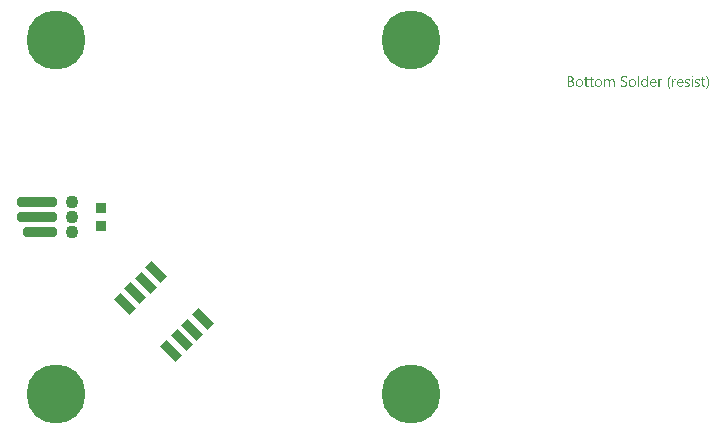
<source format=gbs>
G04*
G04 #@! TF.GenerationSoftware,Altium Limited,Altium Designer,22.4.2 (48)*
G04*
G04 Layer_Color=16711935*
%FSAX44Y44*%
%MOMM*%
G71*
G04*
G04 #@! TF.SameCoordinates,0DF53AF2-F480-4E1A-B95F-C2B51B741BF4*
G04*
G04*
G04 #@! TF.FilePolarity,Negative*
G04*
G01*
G75*
%ADD23C,5.0000*%
%ADD24C,0.1500*%
%ADD25C,1.1000*%
G04:AMPARAMS|DCode=31|XSize=0.9mm|YSize=3.4mm|CornerRadius=0.351mm|HoleSize=0mm|Usage=FLASHONLY|Rotation=90.000|XOffset=0mm|YOffset=0mm|HoleType=Round|Shape=RoundedRectangle|*
%AMROUNDEDRECTD31*
21,1,0.9000,2.6980,0,0,90.0*
21,1,0.1980,3.4000,0,0,90.0*
1,1,0.7020,1.3490,0.0990*
1,1,0.7020,1.3490,-0.0990*
1,1,0.7020,-1.3490,-0.0990*
1,1,0.7020,-1.3490,0.0990*
%
%ADD31ROUNDEDRECTD31*%
G04:AMPARAMS|DCode=32|XSize=0.9mm|YSize=2.9mm|CornerRadius=0.351mm|HoleSize=0mm|Usage=FLASHONLY|Rotation=90.000|XOffset=0mm|YOffset=0mm|HoleType=Round|Shape=RoundedRectangle|*
%AMROUNDEDRECTD32*
21,1,0.9000,2.1980,0,0,90.0*
21,1,0.1980,2.9000,0,0,90.0*
1,1,0.7020,1.0990,0.0990*
1,1,0.7020,1.0990,-0.0990*
1,1,0.7020,-1.0990,-0.0990*
1,1,0.7020,-1.0990,0.0990*
%
%ADD32ROUNDEDRECTD32*%
%ADD33R,0.9500X0.9500*%
G04:AMPARAMS|DCode=34|XSize=1.9mm|YSize=0.8mm|CornerRadius=0mm|HoleSize=0mm|Usage=FLASHONLY|Rotation=315.000|XOffset=0mm|YOffset=0mm|HoleType=Round|Shape=Rectangle|*
%AMROTATEDRECTD34*
4,1,4,-0.9546,0.3889,-0.3889,0.9546,0.9546,-0.3889,0.3889,-0.9546,-0.9546,0.3889,0.0*
%
%ADD34ROTATEDRECTD34*%

G36*
X00363611Y00119583D02*
X00363681Y00119568D01*
X00363752Y00119544D01*
X00363830Y00119505D01*
X00363909Y00119458D01*
X00363988Y00119395D01*
X00363995Y00119387D01*
X00364019Y00119364D01*
X00364050Y00119324D01*
X00364090Y00119269D01*
X00364121Y00119199D01*
X00364152Y00119120D01*
X00364176Y00119026D01*
X00364184Y00118924D01*
X00364184Y00118908D01*
X00364184Y00118877D01*
X00364176Y00118830D01*
X00364160Y00118759D01*
X00364137Y00118689D01*
X00364097Y00118610D01*
X00364050Y00118532D01*
X00363988Y00118453D01*
X00363980Y00118445D01*
X00363956Y00118422D01*
X00363909Y00118390D01*
X00363854Y00118359D01*
X00363783Y00118328D01*
X00363705Y00118296D01*
X00363619Y00118273D01*
X00363517Y00118265D01*
X00363470Y00118265D01*
X00363422Y00118273D01*
X00363352Y00118288D01*
X00363281Y00118312D01*
X00363203Y00118343D01*
X00363124Y00118383D01*
X00363046Y00118445D01*
X00363038Y00118453D01*
X00363014Y00118477D01*
X00362983Y00118524D01*
X00362952Y00118579D01*
X00362920Y00118642D01*
X00362889Y00118728D01*
X00362865Y00118822D01*
X00362857Y00118924D01*
X00362857Y00118940D01*
X00362857Y00118971D01*
X00362865Y00119026D01*
X00362881Y00119089D01*
X00362904Y00119167D01*
X00362936Y00119246D01*
X00362983Y00119324D01*
X00363046Y00119395D01*
X00363054Y00119403D01*
X00363077Y00119426D01*
X00363124Y00119458D01*
X00363179Y00119497D01*
X00363250Y00119528D01*
X00363328Y00119560D01*
X00363414Y00119583D01*
X00363517Y00119591D01*
X00363564Y00119591D01*
X00363611Y00119583D01*
X00363611Y00119583D02*
G37*
G36*
X00306261Y00119340D02*
X00306371Y00119340D01*
X00306497Y00119332D01*
X00306638Y00119324D01*
X00306787Y00119309D01*
X00307101Y00119269D01*
X00307415Y00119214D01*
X00307572Y00119175D01*
X00307713Y00119136D01*
X00307854Y00119081D01*
X00307972Y00119026D01*
X00307972Y00117849D01*
X00307964Y00117857D01*
X00307933Y00117872D01*
X00307894Y00117896D01*
X00307831Y00117935D01*
X00307752Y00117974D01*
X00307658Y00118021D01*
X00307548Y00118076D01*
X00307423Y00118124D01*
X00307281Y00118179D01*
X00307124Y00118226D01*
X00306960Y00118273D01*
X00306779Y00118312D01*
X00306591Y00118351D01*
X00306387Y00118375D01*
X00306167Y00118390D01*
X00305939Y00118398D01*
X00305814Y00118398D01*
X00305727Y00118390D01*
X00305625Y00118383D01*
X00305508Y00118367D01*
X00305382Y00118351D01*
X00305256Y00118328D01*
X00305241Y00118328D01*
X00305201Y00118312D01*
X00305139Y00118296D01*
X00305052Y00118273D01*
X00304958Y00118241D01*
X00304856Y00118202D01*
X00304746Y00118147D01*
X00304644Y00118092D01*
X00304636Y00118084D01*
X00304597Y00118061D01*
X00304550Y00118029D01*
X00304487Y00117982D01*
X00304424Y00117920D01*
X00304346Y00117849D01*
X00304275Y00117770D01*
X00304212Y00117676D01*
X00304205Y00117668D01*
X00304189Y00117629D01*
X00304158Y00117574D01*
X00304134Y00117503D01*
X00304103Y00117417D01*
X00304071Y00117307D01*
X00304056Y00117190D01*
X00304048Y00117056D01*
X00304048Y00117040D01*
X00304048Y00117001D01*
X00304056Y00116931D01*
X00304063Y00116852D01*
X00304079Y00116758D01*
X00304103Y00116656D01*
X00304134Y00116554D01*
X00304173Y00116460D01*
X00304181Y00116452D01*
X00304197Y00116420D01*
X00304228Y00116373D01*
X00304268Y00116311D01*
X00304322Y00116240D01*
X00304385Y00116161D01*
X00304464Y00116083D01*
X00304550Y00116004D01*
X00304558Y00115997D01*
X00304597Y00115973D01*
X00304652Y00115926D01*
X00304723Y00115879D01*
X00304809Y00115816D01*
X00304911Y00115753D01*
X00305029Y00115675D01*
X00305154Y00115604D01*
X00305162Y00115604D01*
X00305170Y00115596D01*
X00305217Y00115573D01*
X00305296Y00115534D01*
X00305390Y00115479D01*
X00305515Y00115424D01*
X00305657Y00115353D01*
X00305814Y00115274D01*
X00305979Y00115188D01*
X00305986Y00115188D01*
X00306002Y00115180D01*
X00306026Y00115165D01*
X00306057Y00115149D01*
X00306104Y00115125D01*
X00306151Y00115102D01*
X00306269Y00115039D01*
X00306410Y00114961D01*
X00306567Y00114874D01*
X00306724Y00114788D01*
X00306889Y00114686D01*
X00306897Y00114686D01*
X00306905Y00114678D01*
X00306928Y00114662D01*
X00306960Y00114639D01*
X00307046Y00114584D01*
X00307148Y00114513D01*
X00307266Y00114427D01*
X00307391Y00114333D01*
X00307517Y00114223D01*
X00307642Y00114105D01*
X00307658Y00114089D01*
X00307697Y00114050D01*
X00307752Y00113987D01*
X00307831Y00113901D01*
X00307909Y00113799D01*
X00307996Y00113681D01*
X00308074Y00113548D01*
X00308153Y00113406D01*
X00308153Y00113399D01*
X00308160Y00113391D01*
X00308168Y00113367D01*
X00308184Y00113336D01*
X00308215Y00113257D01*
X00308255Y00113155D01*
X00308286Y00113022D01*
X00308317Y00112873D01*
X00308341Y00112708D01*
X00308349Y00112528D01*
X00308349Y00112520D01*
X00308349Y00112496D01*
X00308349Y00112465D01*
X00308349Y00112418D01*
X00308341Y00112363D01*
X00308333Y00112292D01*
X00308325Y00112221D01*
X00308317Y00112143D01*
X00308286Y00111962D01*
X00308239Y00111774D01*
X00308176Y00111586D01*
X00308090Y00111405D01*
X00308090Y00111397D01*
X00308082Y00111382D01*
X00308066Y00111358D01*
X00308043Y00111327D01*
X00307988Y00111248D01*
X00307909Y00111138D01*
X00307807Y00111021D01*
X00307689Y00110895D01*
X00307548Y00110777D01*
X00307391Y00110660D01*
X00307383Y00110660D01*
X00307368Y00110644D01*
X00307344Y00110636D01*
X00307313Y00110612D01*
X00307274Y00110589D01*
X00307219Y00110565D01*
X00307101Y00110503D01*
X00306952Y00110440D01*
X00306779Y00110369D01*
X00306591Y00110306D01*
X00306379Y00110251D01*
X00306371Y00110251D01*
X00306355Y00110244D01*
X00306324Y00110244D01*
X00306277Y00110236D01*
X00306230Y00110220D01*
X00306167Y00110212D01*
X00306096Y00110204D01*
X00306010Y00110189D01*
X00305829Y00110165D01*
X00305625Y00110149D01*
X00305406Y00110134D01*
X00305170Y00110126D01*
X00305084Y00110126D01*
X00305029Y00110134D01*
X00304950Y00110134D01*
X00304856Y00110141D01*
X00304754Y00110149D01*
X00304644Y00110165D01*
X00304629Y00110165D01*
X00304589Y00110173D01*
X00304527Y00110181D01*
X00304448Y00110189D01*
X00304354Y00110204D01*
X00304244Y00110220D01*
X00304134Y00110236D01*
X00304009Y00110259D01*
X00303993Y00110259D01*
X00303953Y00110267D01*
X00303891Y00110283D01*
X00303812Y00110306D01*
X00303718Y00110322D01*
X00303616Y00110353D01*
X00303396Y00110416D01*
X00303381Y00110424D01*
X00303349Y00110432D01*
X00303294Y00110456D01*
X00303232Y00110479D01*
X00303161Y00110510D01*
X00303082Y00110550D01*
X00303004Y00110589D01*
X00302933Y00110636D01*
X00302933Y00111868D01*
X00302941Y00111860D01*
X00302973Y00111837D01*
X00303020Y00111798D01*
X00303074Y00111758D01*
X00303153Y00111703D01*
X00303239Y00111648D01*
X00303333Y00111586D01*
X00303443Y00111531D01*
X00303459Y00111523D01*
X00303498Y00111507D01*
X00303553Y00111476D01*
X00303632Y00111444D01*
X00303726Y00111405D01*
X00303828Y00111358D01*
X00303946Y00111311D01*
X00304063Y00111272D01*
X00304079Y00111264D01*
X00304118Y00111256D01*
X00304189Y00111240D01*
X00304268Y00111217D01*
X00304370Y00111185D01*
X00304479Y00111162D01*
X00304723Y00111115D01*
X00304738Y00111115D01*
X00304778Y00111107D01*
X00304840Y00111099D01*
X00304927Y00111091D01*
X00305021Y00111075D01*
X00305123Y00111068D01*
X00305335Y00111060D01*
X00305429Y00111060D01*
X00305492Y00111068D01*
X00305570Y00111068D01*
X00305665Y00111075D01*
X00305767Y00111091D01*
X00305877Y00111107D01*
X00306112Y00111146D01*
X00306347Y00111209D01*
X00306575Y00111295D01*
X00306677Y00111350D01*
X00306771Y00111413D01*
X00306779Y00111421D01*
X00306795Y00111429D01*
X00306818Y00111452D01*
X00306850Y00111484D01*
X00306881Y00111515D01*
X00306920Y00111562D01*
X00306967Y00111617D01*
X00307015Y00111680D01*
X00307054Y00111750D01*
X00307101Y00111821D01*
X00307179Y00112002D01*
X00307203Y00112104D01*
X00307226Y00112213D01*
X00307242Y00112323D01*
X00307250Y00112449D01*
X00307250Y00112457D01*
X00307250Y00112465D01*
X00307250Y00112512D01*
X00307242Y00112575D01*
X00307234Y00112661D01*
X00307211Y00112763D01*
X00307187Y00112865D01*
X00307148Y00112975D01*
X00307093Y00113077D01*
X00307085Y00113093D01*
X00307062Y00113124D01*
X00307030Y00113171D01*
X00306983Y00113242D01*
X00306920Y00113312D01*
X00306842Y00113399D01*
X00306756Y00113477D01*
X00306653Y00113563D01*
X00306638Y00113571D01*
X00306606Y00113603D01*
X00306544Y00113650D01*
X00306465Y00113705D01*
X00306363Y00113768D01*
X00306253Y00113838D01*
X00306128Y00113917D01*
X00305986Y00113987D01*
X00305979Y00113987D01*
X00305971Y00113995D01*
X00305947Y00114011D01*
X00305924Y00114027D01*
X00305845Y00114066D01*
X00305743Y00114121D01*
X00305617Y00114184D01*
X00305476Y00114254D01*
X00305327Y00114333D01*
X00305162Y00114419D01*
X00305154Y00114419D01*
X00305139Y00114427D01*
X00305115Y00114443D01*
X00305084Y00114458D01*
X00304997Y00114505D01*
X00304880Y00114568D01*
X00304746Y00114639D01*
X00304597Y00114717D01*
X00304291Y00114898D01*
X00304283Y00114898D01*
X00304275Y00114906D01*
X00304252Y00114921D01*
X00304220Y00114937D01*
X00304150Y00114992D01*
X00304056Y00115055D01*
X00303946Y00115133D01*
X00303828Y00115227D01*
X00303710Y00115322D01*
X00303592Y00115431D01*
X00303577Y00115447D01*
X00303545Y00115486D01*
X00303491Y00115541D01*
X00303420Y00115620D01*
X00303349Y00115722D01*
X00303271Y00115832D01*
X00303192Y00115957D01*
X00303122Y00116091D01*
X00303122Y00116099D01*
X00303114Y00116106D01*
X00303106Y00116130D01*
X00303098Y00116161D01*
X00303067Y00116240D01*
X00303035Y00116342D01*
X00303004Y00116468D01*
X00302973Y00116617D01*
X00302957Y00116781D01*
X00302949Y00116962D01*
X00302949Y00116970D01*
X00302949Y00116986D01*
X00302949Y00117025D01*
X00302957Y00117064D01*
X00302957Y00117119D01*
X00302965Y00117182D01*
X00302980Y00117323D01*
X00303012Y00117488D01*
X00303059Y00117668D01*
X00303129Y00117849D01*
X00303216Y00118021D01*
X00303216Y00118029D01*
X00303232Y00118045D01*
X00303247Y00118069D01*
X00303263Y00118100D01*
X00303326Y00118179D01*
X00303404Y00118288D01*
X00303506Y00118406D01*
X00303624Y00118532D01*
X00303757Y00118649D01*
X00303914Y00118767D01*
X00303922Y00118767D01*
X00303938Y00118783D01*
X00303961Y00118799D01*
X00303993Y00118814D01*
X00304032Y00118838D01*
X00304079Y00118869D01*
X00304205Y00118932D01*
X00304354Y00119003D01*
X00304519Y00119073D01*
X00304707Y00119144D01*
X00304911Y00119199D01*
X00304919Y00119199D01*
X00304935Y00119207D01*
X00304966Y00119214D01*
X00305005Y00119222D01*
X00305060Y00119230D01*
X00305115Y00119246D01*
X00305186Y00119262D01*
X00305264Y00119277D01*
X00305437Y00119301D01*
X00305625Y00119324D01*
X00305837Y00119340D01*
X00306049Y00119348D01*
X00306175Y00119348D01*
X00306261Y00119340D01*
X00306261Y00119340D02*
G37*
G36*
X00325985Y00110275D02*
X00324964Y00110275D01*
X00324964Y00111350D01*
X00324941Y00111350D01*
X00324933Y00111334D01*
X00324909Y00111295D01*
X00324862Y00111240D01*
X00324807Y00111162D01*
X00324729Y00111068D01*
X00324642Y00110966D01*
X00324533Y00110856D01*
X00324399Y00110738D01*
X00324258Y00110620D01*
X00324093Y00110510D01*
X00323913Y00110408D01*
X00323716Y00110314D01*
X00323504Y00110236D01*
X00323269Y00110181D01*
X00323018Y00110141D01*
X00322751Y00110126D01*
X00322696Y00110126D01*
X00322633Y00110134D01*
X00322555Y00110141D01*
X00322453Y00110149D01*
X00322335Y00110173D01*
X00322201Y00110197D01*
X00322060Y00110236D01*
X00321911Y00110275D01*
X00321754Y00110338D01*
X00321597Y00110400D01*
X00321432Y00110487D01*
X00321275Y00110581D01*
X00321118Y00110699D01*
X00320969Y00110832D01*
X00320828Y00110981D01*
X00320820Y00110989D01*
X00320797Y00111021D01*
X00320765Y00111068D01*
X00320718Y00111138D01*
X00320663Y00111225D01*
X00320600Y00111327D01*
X00320538Y00111452D01*
X00320475Y00111594D01*
X00320404Y00111750D01*
X00320341Y00111923D01*
X00320279Y00112119D01*
X00320224Y00112323D01*
X00320177Y00112543D01*
X00320145Y00112787D01*
X00320122Y00113038D01*
X00320114Y00113305D01*
X00320114Y00113312D01*
X00320114Y00113320D01*
X00320114Y00113344D01*
X00320114Y00113375D01*
X00320122Y00113454D01*
X00320130Y00113563D01*
X00320137Y00113705D01*
X00320153Y00113854D01*
X00320177Y00114027D01*
X00320216Y00114215D01*
X00320255Y00114411D01*
X00320310Y00114623D01*
X00320373Y00114827D01*
X00320451Y00115047D01*
X00320538Y00115251D01*
X00320648Y00115455D01*
X00320765Y00115651D01*
X00320906Y00115840D01*
X00320914Y00115847D01*
X00320946Y00115879D01*
X00320993Y00115926D01*
X00321056Y00115989D01*
X00321134Y00116059D01*
X00321228Y00116146D01*
X00321346Y00116232D01*
X00321472Y00116318D01*
X00321621Y00116405D01*
X00321778Y00116491D01*
X00321950Y00116577D01*
X00322139Y00116648D01*
X00322343Y00116711D01*
X00322563Y00116758D01*
X00322790Y00116789D01*
X00323033Y00116797D01*
X00323088Y00116797D01*
X00323159Y00116789D01*
X00323245Y00116781D01*
X00323355Y00116766D01*
X00323481Y00116742D01*
X00323614Y00116711D01*
X00323763Y00116671D01*
X00323920Y00116617D01*
X00324077Y00116546D01*
X00324234Y00116460D01*
X00324391Y00116358D01*
X00324540Y00116240D01*
X00324689Y00116106D01*
X00324823Y00115942D01*
X00324941Y00115761D01*
X00324964Y00115761D01*
X00324964Y00119709D01*
X00325985Y00119709D01*
X00325985Y00110275D01*
X00325985Y00110275D02*
G37*
G36*
X00368281Y00116789D02*
X00368351Y00116789D01*
X00368438Y00116781D01*
X00368532Y00116774D01*
X00368634Y00116758D01*
X00368869Y00116727D01*
X00369113Y00116671D01*
X00369372Y00116601D01*
X00369623Y00116507D01*
X00369623Y00115471D01*
X00369615Y00115479D01*
X00369591Y00115494D01*
X00369552Y00115510D01*
X00369497Y00115541D01*
X00369434Y00115581D01*
X00369356Y00115620D01*
X00369262Y00115659D01*
X00369160Y00115706D01*
X00369042Y00115745D01*
X00368924Y00115785D01*
X00368791Y00115824D01*
X00368650Y00115863D01*
X00368493Y00115894D01*
X00368336Y00115910D01*
X00368179Y00115926D01*
X00368006Y00115934D01*
X00367904Y00115934D01*
X00367833Y00115926D01*
X00367755Y00115918D01*
X00367668Y00115902D01*
X00367488Y00115863D01*
X00367480Y00115863D01*
X00367449Y00115855D01*
X00367410Y00115840D01*
X00367355Y00115816D01*
X00367229Y00115761D01*
X00367095Y00115683D01*
X00367088Y00115675D01*
X00367072Y00115659D01*
X00367041Y00115635D01*
X00367001Y00115604D01*
X00366915Y00115518D01*
X00366837Y00115400D01*
X00366837Y00115392D01*
X00366821Y00115369D01*
X00366813Y00115337D01*
X00366797Y00115290D01*
X00366782Y00115243D01*
X00366766Y00115180D01*
X00366758Y00115110D01*
X00366750Y00115039D01*
X00366750Y00115031D01*
X00366750Y00115000D01*
X00366758Y00114953D01*
X00366758Y00114890D01*
X00366774Y00114827D01*
X00366789Y00114756D01*
X00366805Y00114686D01*
X00366837Y00114615D01*
X00366844Y00114607D01*
X00366852Y00114584D01*
X00366876Y00114552D01*
X00366907Y00114513D01*
X00366946Y00114474D01*
X00366986Y00114419D01*
X00367103Y00114317D01*
X00367111Y00114309D01*
X00367135Y00114293D01*
X00367174Y00114270D01*
X00367221Y00114239D01*
X00367284Y00114207D01*
X00367355Y00114168D01*
X00367441Y00114121D01*
X00367527Y00114081D01*
X00367535Y00114074D01*
X00367574Y00114066D01*
X00367621Y00114042D01*
X00367692Y00114019D01*
X00367778Y00113980D01*
X00367873Y00113940D01*
X00367975Y00113901D01*
X00368092Y00113854D01*
X00368100Y00113854D01*
X00368108Y00113846D01*
X00368131Y00113838D01*
X00368163Y00113830D01*
X00368241Y00113799D01*
X00368344Y00113752D01*
X00368461Y00113705D01*
X00368595Y00113650D01*
X00368728Y00113587D01*
X00368854Y00113524D01*
X00368862Y00113524D01*
X00368869Y00113516D01*
X00368909Y00113493D01*
X00368971Y00113462D01*
X00369050Y00113414D01*
X00369144Y00113352D01*
X00369238Y00113289D01*
X00369332Y00113210D01*
X00369427Y00113132D01*
X00369434Y00113124D01*
X00369466Y00113093D01*
X00369505Y00113053D01*
X00369560Y00112991D01*
X00369615Y00112920D01*
X00369678Y00112834D01*
X00369733Y00112739D01*
X00369788Y00112637D01*
X00369795Y00112622D01*
X00369811Y00112590D01*
X00369827Y00112528D01*
X00369850Y00112449D01*
X00369874Y00112355D01*
X00369897Y00112245D01*
X00369905Y00112119D01*
X00369913Y00111978D01*
X00369913Y00111970D01*
X00369913Y00111954D01*
X00369913Y00111931D01*
X00369913Y00111900D01*
X00369905Y00111813D01*
X00369890Y00111695D01*
X00369858Y00111570D01*
X00369827Y00111429D01*
X00369772Y00111287D01*
X00369701Y00111154D01*
X00369693Y00111138D01*
X00369662Y00111099D01*
X00369615Y00111036D01*
X00369552Y00110950D01*
X00369474Y00110864D01*
X00369380Y00110762D01*
X00369270Y00110667D01*
X00369144Y00110573D01*
X00369128Y00110565D01*
X00369081Y00110534D01*
X00369011Y00110495D01*
X00368916Y00110448D01*
X00368799Y00110393D01*
X00368657Y00110338D01*
X00368508Y00110283D01*
X00368344Y00110236D01*
X00368336Y00110236D01*
X00368320Y00110228D01*
X00368296Y00110228D01*
X00368265Y00110220D01*
X00368226Y00110212D01*
X00368179Y00110204D01*
X00368061Y00110181D01*
X00367912Y00110157D01*
X00367755Y00110141D01*
X00367582Y00110134D01*
X00367394Y00110126D01*
X00367300Y00110126D01*
X00367229Y00110134D01*
X00367143Y00110134D01*
X00367048Y00110149D01*
X00366931Y00110157D01*
X00366813Y00110173D01*
X00366680Y00110197D01*
X00366546Y00110220D01*
X00366264Y00110283D01*
X00365973Y00110377D01*
X00365832Y00110440D01*
X00365691Y00110503D01*
X00365691Y00111594D01*
X00365699Y00111586D01*
X00365730Y00111570D01*
X00365777Y00111539D01*
X00365840Y00111499D01*
X00365918Y00111452D01*
X00366005Y00111397D01*
X00366115Y00111342D01*
X00366232Y00111287D01*
X00366366Y00111233D01*
X00366507Y00111178D01*
X00366656Y00111123D01*
X00366813Y00111075D01*
X00366986Y00111036D01*
X00367158Y00111005D01*
X00367339Y00110989D01*
X00367527Y00110981D01*
X00367582Y00110981D01*
X00367653Y00110989D01*
X00367739Y00110997D01*
X00367841Y00111013D01*
X00367951Y00111028D01*
X00368077Y00111060D01*
X00368202Y00111091D01*
X00368320Y00111138D01*
X00368446Y00111201D01*
X00368555Y00111272D01*
X00368657Y00111358D01*
X00368744Y00111460D01*
X00368814Y00111578D01*
X00368854Y00111719D01*
X00368869Y00111798D01*
X00368869Y00111876D01*
X00368869Y00111884D01*
X00368869Y00111923D01*
X00368862Y00111970D01*
X00368854Y00112025D01*
X00368838Y00112096D01*
X00368822Y00112167D01*
X00368791Y00112237D01*
X00368752Y00112308D01*
X00368744Y00112316D01*
X00368728Y00112339D01*
X00368704Y00112371D01*
X00368673Y00112418D01*
X00368626Y00112465D01*
X00368579Y00112520D01*
X00368516Y00112567D01*
X00368446Y00112622D01*
X00368438Y00112629D01*
X00368414Y00112645D01*
X00368367Y00112669D01*
X00368312Y00112708D01*
X00368249Y00112747D01*
X00368171Y00112787D01*
X00368077Y00112826D01*
X00367982Y00112865D01*
X00367967Y00112873D01*
X00367935Y00112881D01*
X00367880Y00112904D01*
X00367810Y00112936D01*
X00367731Y00112975D01*
X00367629Y00113014D01*
X00367527Y00113053D01*
X00367417Y00113100D01*
X00367410Y00113100D01*
X00367402Y00113108D01*
X00367378Y00113116D01*
X00367347Y00113132D01*
X00367268Y00113163D01*
X00367166Y00113202D01*
X00367048Y00113257D01*
X00366923Y00113312D01*
X00366797Y00113375D01*
X00366672Y00113438D01*
X00366656Y00113446D01*
X00366617Y00113469D01*
X00366562Y00113501D01*
X00366483Y00113548D01*
X00366397Y00113611D01*
X00366311Y00113673D01*
X00366217Y00113744D01*
X00366130Y00113822D01*
X00366122Y00113830D01*
X00366099Y00113862D01*
X00366059Y00113901D01*
X00366012Y00113964D01*
X00365957Y00114034D01*
X00365902Y00114121D01*
X00365855Y00114207D01*
X00365808Y00114309D01*
X00365801Y00114325D01*
X00365793Y00114356D01*
X00365777Y00114419D01*
X00365761Y00114490D01*
X00365738Y00114584D01*
X00365722Y00114694D01*
X00365714Y00114819D01*
X00365706Y00114953D01*
X00365706Y00114961D01*
X00365706Y00114976D01*
X00365706Y00115000D01*
X00365706Y00115031D01*
X00365714Y00115110D01*
X00365730Y00115220D01*
X00365753Y00115345D01*
X00365793Y00115479D01*
X00365840Y00115612D01*
X00365910Y00115745D01*
X00365910Y00115753D01*
X00365918Y00115761D01*
X00365950Y00115800D01*
X00365997Y00115863D01*
X00366052Y00115949D01*
X00366130Y00116036D01*
X00366224Y00116130D01*
X00366334Y00116232D01*
X00366452Y00116318D01*
X00366460Y00116318D01*
X00366468Y00116326D01*
X00366515Y00116358D01*
X00366585Y00116397D01*
X00366680Y00116452D01*
X00366797Y00116507D01*
X00366931Y00116569D01*
X00367080Y00116624D01*
X00367237Y00116671D01*
X00367245Y00116671D01*
X00367260Y00116679D01*
X00367284Y00116687D01*
X00367315Y00116695D01*
X00367355Y00116703D01*
X00367402Y00116711D01*
X00367511Y00116734D01*
X00367653Y00116758D01*
X00367802Y00116781D01*
X00367967Y00116789D01*
X00368139Y00116797D01*
X00368218Y00116797D01*
X00368281Y00116789D01*
X00368281Y00116789D02*
G37*
G36*
X00359789Y00116789D02*
X00359859Y00116789D01*
X00359945Y00116781D01*
X00360040Y00116774D01*
X00360142Y00116758D01*
X00360377Y00116727D01*
X00360620Y00116671D01*
X00360879Y00116601D01*
X00361131Y00116507D01*
X00361131Y00115471D01*
X00361123Y00115479D01*
X00361099Y00115494D01*
X00361060Y00115510D01*
X00361005Y00115541D01*
X00360942Y00115581D01*
X00360864Y00115620D01*
X00360770Y00115659D01*
X00360667Y00115706D01*
X00360550Y00115745D01*
X00360432Y00115785D01*
X00360299Y00115824D01*
X00360157Y00115863D01*
X00360000Y00115894D01*
X00359843Y00115910D01*
X00359687Y00115926D01*
X00359514Y00115934D01*
X00359412Y00115934D01*
X00359341Y00115926D01*
X00359263Y00115918D01*
X00359176Y00115902D01*
X00358996Y00115863D01*
X00358988Y00115863D01*
X00358956Y00115855D01*
X00358917Y00115840D01*
X00358862Y00115816D01*
X00358737Y00115761D01*
X00358603Y00115683D01*
X00358596Y00115675D01*
X00358580Y00115659D01*
X00358548Y00115635D01*
X00358509Y00115604D01*
X00358423Y00115518D01*
X00358344Y00115400D01*
X00358344Y00115392D01*
X00358329Y00115369D01*
X00358321Y00115337D01*
X00358305Y00115290D01*
X00358289Y00115243D01*
X00358274Y00115180D01*
X00358266Y00115110D01*
X00358258Y00115039D01*
X00358258Y00115031D01*
X00358258Y00115000D01*
X00358266Y00114953D01*
X00358266Y00114890D01*
X00358282Y00114827D01*
X00358297Y00114756D01*
X00358313Y00114686D01*
X00358344Y00114615D01*
X00358352Y00114607D01*
X00358360Y00114584D01*
X00358384Y00114552D01*
X00358415Y00114513D01*
X00358454Y00114474D01*
X00358493Y00114419D01*
X00358611Y00114317D01*
X00358619Y00114309D01*
X00358643Y00114293D01*
X00358682Y00114270D01*
X00358729Y00114239D01*
X00358792Y00114207D01*
X00358862Y00114168D01*
X00358949Y00114121D01*
X00359035Y00114081D01*
X00359043Y00114074D01*
X00359082Y00114066D01*
X00359129Y00114042D01*
X00359200Y00114019D01*
X00359286Y00113980D01*
X00359380Y00113940D01*
X00359482Y00113901D01*
X00359600Y00113854D01*
X00359608Y00113854D01*
X00359616Y00113846D01*
X00359639Y00113838D01*
X00359671Y00113830D01*
X00359749Y00113799D01*
X00359851Y00113752D01*
X00359969Y00113705D01*
X00360102Y00113650D01*
X00360236Y00113587D01*
X00360361Y00113524D01*
X00360369Y00113524D01*
X00360377Y00113516D01*
X00360416Y00113493D01*
X00360479Y00113462D01*
X00360558Y00113414D01*
X00360652Y00113352D01*
X00360746Y00113289D01*
X00360840Y00113210D01*
X00360934Y00113132D01*
X00360942Y00113124D01*
X00360974Y00113093D01*
X00361013Y00113053D01*
X00361068Y00112991D01*
X00361123Y00112920D01*
X00361185Y00112834D01*
X00361241Y00112739D01*
X00361295Y00112637D01*
X00361303Y00112622D01*
X00361319Y00112590D01*
X00361335Y00112528D01*
X00361358Y00112449D01*
X00361382Y00112355D01*
X00361405Y00112245D01*
X00361413Y00112119D01*
X00361421Y00111978D01*
X00361421Y00111970D01*
X00361421Y00111954D01*
X00361421Y00111931D01*
X00361421Y00111900D01*
X00361413Y00111813D01*
X00361397Y00111695D01*
X00361366Y00111570D01*
X00361335Y00111429D01*
X00361280Y00111287D01*
X00361209Y00111154D01*
X00361201Y00111138D01*
X00361170Y00111099D01*
X00361123Y00111036D01*
X00361060Y00110950D01*
X00360981Y00110864D01*
X00360887Y00110762D01*
X00360777Y00110667D01*
X00360652Y00110573D01*
X00360636Y00110565D01*
X00360589Y00110534D01*
X00360518Y00110495D01*
X00360424Y00110448D01*
X00360307Y00110393D01*
X00360165Y00110338D01*
X00360016Y00110283D01*
X00359851Y00110236D01*
X00359843Y00110236D01*
X00359828Y00110228D01*
X00359804Y00110228D01*
X00359773Y00110220D01*
X00359734Y00110212D01*
X00359687Y00110204D01*
X00359569Y00110181D01*
X00359420Y00110157D01*
X00359263Y00110141D01*
X00359090Y00110134D01*
X00358902Y00110126D01*
X00358807Y00110126D01*
X00358737Y00110134D01*
X00358650Y00110134D01*
X00358556Y00110149D01*
X00358438Y00110157D01*
X00358321Y00110173D01*
X00358187Y00110197D01*
X00358054Y00110220D01*
X00357771Y00110283D01*
X00357481Y00110377D01*
X00357340Y00110440D01*
X00357198Y00110503D01*
X00357198Y00111594D01*
X00357206Y00111586D01*
X00357238Y00111570D01*
X00357285Y00111539D01*
X00357348Y00111499D01*
X00357426Y00111452D01*
X00357512Y00111397D01*
X00357622Y00111342D01*
X00357740Y00111287D01*
X00357873Y00111233D01*
X00358015Y00111178D01*
X00358164Y00111123D01*
X00358321Y00111075D01*
X00358493Y00111036D01*
X00358666Y00111005D01*
X00358847Y00110989D01*
X00359035Y00110981D01*
X00359090Y00110981D01*
X00359161Y00110989D01*
X00359247Y00110997D01*
X00359349Y00111013D01*
X00359459Y00111028D01*
X00359584Y00111060D01*
X00359710Y00111091D01*
X00359828Y00111138D01*
X00359953Y00111201D01*
X00360063Y00111272D01*
X00360165Y00111358D01*
X00360252Y00111460D01*
X00360322Y00111578D01*
X00360361Y00111719D01*
X00360377Y00111798D01*
X00360377Y00111876D01*
X00360377Y00111884D01*
X00360377Y00111923D01*
X00360369Y00111970D01*
X00360361Y00112025D01*
X00360346Y00112096D01*
X00360330Y00112167D01*
X00360299Y00112237D01*
X00360259Y00112308D01*
X00360252Y00112316D01*
X00360236Y00112339D01*
X00360212Y00112371D01*
X00360181Y00112418D01*
X00360134Y00112465D01*
X00360087Y00112520D01*
X00360024Y00112567D01*
X00359953Y00112622D01*
X00359945Y00112629D01*
X00359922Y00112645D01*
X00359875Y00112669D01*
X00359820Y00112708D01*
X00359757Y00112747D01*
X00359679Y00112787D01*
X00359584Y00112826D01*
X00359490Y00112865D01*
X00359474Y00112873D01*
X00359443Y00112881D01*
X00359388Y00112904D01*
X00359318Y00112936D01*
X00359239Y00112975D01*
X00359137Y00113014D01*
X00359035Y00113053D01*
X00358925Y00113100D01*
X00358917Y00113100D01*
X00358909Y00113108D01*
X00358886Y00113116D01*
X00358854Y00113132D01*
X00358776Y00113163D01*
X00358674Y00113202D01*
X00358556Y00113257D01*
X00358431Y00113312D01*
X00358305Y00113375D01*
X00358180Y00113438D01*
X00358164Y00113446D01*
X00358125Y00113469D01*
X00358070Y00113501D01*
X00357991Y00113548D01*
X00357905Y00113611D01*
X00357818Y00113673D01*
X00357724Y00113744D01*
X00357638Y00113822D01*
X00357630Y00113830D01*
X00357607Y00113862D01*
X00357567Y00113901D01*
X00357520Y00113964D01*
X00357465Y00114034D01*
X00357410Y00114121D01*
X00357363Y00114207D01*
X00357316Y00114309D01*
X00357308Y00114325D01*
X00357300Y00114356D01*
X00357285Y00114419D01*
X00357269Y00114490D01*
X00357245Y00114584D01*
X00357230Y00114694D01*
X00357222Y00114819D01*
X00357214Y00114953D01*
X00357214Y00114961D01*
X00357214Y00114976D01*
X00357214Y00115000D01*
X00357214Y00115031D01*
X00357222Y00115110D01*
X00357238Y00115220D01*
X00357261Y00115345D01*
X00357300Y00115479D01*
X00357348Y00115612D01*
X00357418Y00115745D01*
X00357418Y00115753D01*
X00357426Y00115761D01*
X00357458Y00115800D01*
X00357505Y00115863D01*
X00357560Y00115949D01*
X00357638Y00116036D01*
X00357732Y00116130D01*
X00357842Y00116232D01*
X00357960Y00116318D01*
X00357968Y00116318D01*
X00357976Y00116326D01*
X00358023Y00116358D01*
X00358093Y00116397D01*
X00358187Y00116452D01*
X00358305Y00116507D01*
X00358438Y00116569D01*
X00358588Y00116624D01*
X00358745Y00116671D01*
X00358753Y00116671D01*
X00358768Y00116679D01*
X00358792Y00116687D01*
X00358823Y00116695D01*
X00358862Y00116703D01*
X00358909Y00116711D01*
X00359019Y00116734D01*
X00359161Y00116758D01*
X00359310Y00116781D01*
X00359474Y00116789D01*
X00359647Y00116797D01*
X00359726Y00116797D01*
X00359789Y00116789D01*
X00359789Y00116789D02*
G37*
G36*
X00295783Y00116789D02*
X00295830Y00116789D01*
X00295885Y00116781D01*
X00296019Y00116758D01*
X00296176Y00116719D01*
X00296356Y00116664D01*
X00296544Y00116577D01*
X00296741Y00116475D01*
X00296843Y00116405D01*
X00296937Y00116334D01*
X00297031Y00116256D01*
X00297125Y00116161D01*
X00297219Y00116059D01*
X00297306Y00115949D01*
X00297384Y00115832D01*
X00297463Y00115698D01*
X00297533Y00115557D01*
X00297596Y00115400D01*
X00297651Y00115235D01*
X00297706Y00115055D01*
X00297738Y00114866D01*
X00297769Y00114655D01*
X00297785Y00114435D01*
X00297792Y00114199D01*
X00297792Y00110275D01*
X00296772Y00110275D01*
X00296772Y00113932D01*
X00296772Y00113948D01*
X00296772Y00113980D01*
X00296772Y00114034D01*
X00296764Y00114105D01*
X00296764Y00114191D01*
X00296756Y00114293D01*
X00296749Y00114403D01*
X00296733Y00114521D01*
X00296694Y00114772D01*
X00296631Y00115023D01*
X00296599Y00115149D01*
X00296552Y00115259D01*
X00296497Y00115369D01*
X00296442Y00115463D01*
X00296442Y00115471D01*
X00296427Y00115486D01*
X00296411Y00115510D01*
X00296380Y00115534D01*
X00296348Y00115573D01*
X00296301Y00115612D01*
X00296246Y00115651D01*
X00296183Y00115698D01*
X00296113Y00115745D01*
X00296034Y00115785D01*
X00295940Y00115824D01*
X00295846Y00115863D01*
X00295736Y00115887D01*
X00295611Y00115910D01*
X00295485Y00115926D01*
X00295344Y00115934D01*
X00295281Y00115934D01*
X00295234Y00115926D01*
X00295179Y00115918D01*
X00295116Y00115902D01*
X00294959Y00115863D01*
X00294873Y00115832D01*
X00294786Y00115785D01*
X00294692Y00115738D01*
X00294606Y00115683D01*
X00294512Y00115612D01*
X00294417Y00115534D01*
X00294323Y00115439D01*
X00294237Y00115337D01*
X00294229Y00115329D01*
X00294221Y00115314D01*
X00294198Y00115274D01*
X00294166Y00115235D01*
X00294135Y00115173D01*
X00294096Y00115102D01*
X00294049Y00115023D01*
X00294009Y00114937D01*
X00293970Y00114835D01*
X00293923Y00114725D01*
X00293884Y00114607D01*
X00293852Y00114482D01*
X00293821Y00114348D01*
X00293805Y00114207D01*
X00293790Y00114066D01*
X00293782Y00113909D01*
X00293782Y00110275D01*
X00292761Y00110275D01*
X00292761Y00114058D01*
X00292761Y00114066D01*
X00292761Y00114081D01*
X00292761Y00114105D01*
X00292761Y00114136D01*
X00292754Y00114184D01*
X00292754Y00114231D01*
X00292738Y00114348D01*
X00292714Y00114490D01*
X00292683Y00114655D01*
X00292644Y00114819D01*
X00292581Y00115000D01*
X00292502Y00115173D01*
X00292408Y00115337D01*
X00292290Y00115502D01*
X00292149Y00115643D01*
X00291984Y00115761D01*
X00291890Y00115808D01*
X00291788Y00115855D01*
X00291678Y00115887D01*
X00291569Y00115910D01*
X00291443Y00115926D01*
X00291310Y00115934D01*
X00291247Y00115934D01*
X00291200Y00115926D01*
X00291137Y00115918D01*
X00291074Y00115902D01*
X00290917Y00115863D01*
X00290831Y00115832D01*
X00290744Y00115793D01*
X00290650Y00115753D01*
X00290556Y00115698D01*
X00290462Y00115628D01*
X00290368Y00115557D01*
X00290281Y00115471D01*
X00290195Y00115369D01*
X00290187Y00115361D01*
X00290179Y00115345D01*
X00290156Y00115314D01*
X00290124Y00115267D01*
X00290093Y00115212D01*
X00290061Y00115149D01*
X00290022Y00115070D01*
X00289983Y00114976D01*
X00289936Y00114874D01*
X00289897Y00114764D01*
X00289865Y00114647D01*
X00289834Y00114521D01*
X00289802Y00114380D01*
X00289779Y00114231D01*
X00289771Y00114074D01*
X00289763Y00113909D01*
X00289763Y00110275D01*
X00288743Y00110275D01*
X00288743Y00116648D01*
X00289763Y00116648D01*
X00289763Y00115635D01*
X00289787Y00115635D01*
X00289795Y00115651D01*
X00289818Y00115683D01*
X00289858Y00115745D01*
X00289912Y00115816D01*
X00289983Y00115902D01*
X00290069Y00116004D01*
X00290171Y00116106D01*
X00290289Y00116216D01*
X00290423Y00116326D01*
X00290572Y00116428D01*
X00290737Y00116530D01*
X00290909Y00116617D01*
X00291105Y00116687D01*
X00291317Y00116750D01*
X00291537Y00116781D01*
X00291772Y00116797D01*
X00291835Y00116797D01*
X00291882Y00116789D01*
X00291937Y00116789D01*
X00292008Y00116781D01*
X00292079Y00116766D01*
X00292157Y00116750D01*
X00292338Y00116711D01*
X00292526Y00116640D01*
X00292714Y00116554D01*
X00292808Y00116491D01*
X00292903Y00116428D01*
X00292911Y00116420D01*
X00292926Y00116412D01*
X00292950Y00116389D01*
X00292981Y00116365D01*
X00293067Y00116279D01*
X00293170Y00116177D01*
X00293279Y00116036D01*
X00293389Y00115871D01*
X00293491Y00115683D01*
X00293570Y00115471D01*
X00293578Y00115486D01*
X00293601Y00115526D01*
X00293648Y00115596D01*
X00293703Y00115675D01*
X00293782Y00115777D01*
X00293868Y00115894D01*
X00293978Y00116012D01*
X00294104Y00116138D01*
X00294245Y00116256D01*
X00294402Y00116381D01*
X00294575Y00116491D01*
X00294763Y00116593D01*
X00294975Y00116671D01*
X00295194Y00116742D01*
X00295438Y00116781D01*
X00295689Y00116797D01*
X00295744Y00116797D01*
X00295783Y00116789D01*
X00295783Y00116789D02*
G37*
G36*
X00349342Y00116750D02*
X00349428Y00116750D01*
X00349523Y00116734D01*
X00349624Y00116719D01*
X00349727Y00116703D01*
X00349813Y00116671D01*
X00349813Y00115612D01*
X00349797Y00115620D01*
X00349766Y00115643D01*
X00349703Y00115675D01*
X00349617Y00115714D01*
X00349499Y00115753D01*
X00349373Y00115785D01*
X00349216Y00115808D01*
X00349036Y00115816D01*
X00348973Y00115816D01*
X00348926Y00115808D01*
X00348871Y00115800D01*
X00348808Y00115785D01*
X00348659Y00115738D01*
X00348573Y00115706D01*
X00348487Y00115667D01*
X00348392Y00115612D01*
X00348298Y00115557D01*
X00348212Y00115486D01*
X00348118Y00115400D01*
X00348031Y00115306D01*
X00347945Y00115196D01*
X00347937Y00115188D01*
X00347929Y00115165D01*
X00347906Y00115133D01*
X00347874Y00115086D01*
X00347843Y00115023D01*
X00347804Y00114945D01*
X00347764Y00114859D01*
X00347725Y00114756D01*
X00347686Y00114647D01*
X00347647Y00114521D01*
X00347607Y00114380D01*
X00347576Y00114231D01*
X00347545Y00114066D01*
X00347521Y00113893D01*
X00347513Y00113713D01*
X00347505Y00113516D01*
X00347505Y00110275D01*
X00346485Y00110275D01*
X00346485Y00116648D01*
X00347505Y00116648D01*
X00347505Y00115329D01*
X00347529Y00115329D01*
X00347529Y00115337D01*
X00347537Y00115361D01*
X00347552Y00115392D01*
X00347568Y00115439D01*
X00347592Y00115494D01*
X00347623Y00115565D01*
X00347694Y00115714D01*
X00347788Y00115887D01*
X00347906Y00116059D01*
X00348039Y00116224D01*
X00348196Y00116381D01*
X00348204Y00116389D01*
X00348220Y00116397D01*
X00348243Y00116412D01*
X00348275Y00116444D01*
X00348314Y00116468D01*
X00348369Y00116499D01*
X00348487Y00116569D01*
X00348636Y00116640D01*
X00348808Y00116703D01*
X00348997Y00116742D01*
X00349099Y00116750D01*
X00349201Y00116758D01*
X00349263Y00116758D01*
X00349342Y00116750D01*
X00349342Y00116750D02*
G37*
G36*
X00337569Y00116750D02*
X00337655Y00116750D01*
X00337750Y00116734D01*
X00337852Y00116719D01*
X00337954Y00116703D01*
X00338040Y00116671D01*
X00338040Y00115612D01*
X00338024Y00115620D01*
X00337993Y00115643D01*
X00337930Y00115675D01*
X00337844Y00115714D01*
X00337726Y00115753D01*
X00337601Y00115785D01*
X00337444Y00115808D01*
X00337263Y00115816D01*
X00337200Y00115816D01*
X00337153Y00115808D01*
X00337098Y00115800D01*
X00337035Y00115785D01*
X00336886Y00115738D01*
X00336800Y00115706D01*
X00336714Y00115667D01*
X00336619Y00115612D01*
X00336525Y00115557D01*
X00336439Y00115486D01*
X00336345Y00115400D01*
X00336258Y00115306D01*
X00336172Y00115196D01*
X00336164Y00115188D01*
X00336156Y00115165D01*
X00336133Y00115133D01*
X00336101Y00115086D01*
X00336070Y00115023D01*
X00336031Y00114945D01*
X00335992Y00114859D01*
X00335952Y00114756D01*
X00335913Y00114647D01*
X00335874Y00114521D01*
X00335835Y00114380D01*
X00335803Y00114231D01*
X00335772Y00114066D01*
X00335748Y00113893D01*
X00335740Y00113713D01*
X00335732Y00113516D01*
X00335732Y00110275D01*
X00334712Y00110275D01*
X00334712Y00116648D01*
X00335732Y00116648D01*
X00335732Y00115329D01*
X00335756Y00115329D01*
X00335756Y00115337D01*
X00335764Y00115361D01*
X00335780Y00115392D01*
X00335795Y00115439D01*
X00335819Y00115494D01*
X00335850Y00115565D01*
X00335921Y00115714D01*
X00336015Y00115887D01*
X00336133Y00116059D01*
X00336266Y00116224D01*
X00336423Y00116381D01*
X00336431Y00116389D01*
X00336447Y00116397D01*
X00336470Y00116412D01*
X00336502Y00116444D01*
X00336541Y00116468D01*
X00336596Y00116499D01*
X00336714Y00116569D01*
X00336863Y00116640D01*
X00337035Y00116703D01*
X00337224Y00116742D01*
X00337326Y00116750D01*
X00337428Y00116758D01*
X00337491Y00116758D01*
X00337569Y00116750D01*
X00337569Y00116750D02*
G37*
G36*
X00364011Y00110275D02*
X00362991Y00110275D01*
X00362991Y00116648D01*
X00364011Y00116648D01*
X00364011Y00110275D01*
X00364011Y00110275D02*
G37*
G36*
X00318481Y00110275D02*
X00317461Y00110275D01*
X00317461Y00119709D01*
X00318481Y00119709D01*
X00318481Y00110275D01*
X00318481Y00110275D02*
G37*
G36*
X00260731Y00119191D02*
X00260826Y00119183D01*
X00260935Y00119167D01*
X00261061Y00119152D01*
X00261202Y00119128D01*
X00261343Y00119097D01*
X00261493Y00119058D01*
X00261650Y00119010D01*
X00261799Y00118955D01*
X00261956Y00118893D01*
X00262097Y00118814D01*
X00262238Y00118728D01*
X00262372Y00118626D01*
X00262379Y00118618D01*
X00262403Y00118602D01*
X00262435Y00118571D01*
X00262474Y00118524D01*
X00262529Y00118469D01*
X00262584Y00118398D01*
X00262646Y00118320D01*
X00262709Y00118233D01*
X00262772Y00118131D01*
X00262835Y00118021D01*
X00262890Y00117896D01*
X00262945Y00117770D01*
X00262984Y00117629D01*
X00263015Y00117480D01*
X00263039Y00117323D01*
X00263047Y00117158D01*
X00263047Y00117150D01*
X00263047Y00117127D01*
X00263047Y00117087D01*
X00263039Y00117033D01*
X00263031Y00116962D01*
X00263023Y00116891D01*
X00263015Y00116805D01*
X00263000Y00116711D01*
X00262945Y00116499D01*
X00262874Y00116279D01*
X00262827Y00116161D01*
X00262772Y00116052D01*
X00262709Y00115942D01*
X00262638Y00115832D01*
X00262631Y00115824D01*
X00262623Y00115808D01*
X00262599Y00115777D01*
X00262560Y00115738D01*
X00262521Y00115698D01*
X00262474Y00115643D01*
X00262411Y00115588D01*
X00262348Y00115526D01*
X00262270Y00115463D01*
X00262183Y00115392D01*
X00262089Y00115329D01*
X00261987Y00115259D01*
X00261877Y00115196D01*
X00261767Y00115141D01*
X00261508Y00115039D01*
X00261508Y00115015D01*
X00261516Y00115015D01*
X00261548Y00115008D01*
X00261595Y00115000D01*
X00261657Y00114992D01*
X00261736Y00114976D01*
X00261822Y00114953D01*
X00261924Y00114921D01*
X00262026Y00114890D01*
X00262254Y00114804D01*
X00262379Y00114749D01*
X00262497Y00114678D01*
X00262615Y00114607D01*
X00262733Y00114529D01*
X00262850Y00114435D01*
X00262952Y00114333D01*
X00262960Y00114325D01*
X00262976Y00114309D01*
X00263000Y00114278D01*
X00263039Y00114231D01*
X00263078Y00114168D01*
X00263125Y00114105D01*
X00263172Y00114019D01*
X00263227Y00113932D01*
X00263274Y00113830D01*
X00263321Y00113713D01*
X00263368Y00113595D01*
X00263408Y00113462D01*
X00263447Y00113312D01*
X00263470Y00113163D01*
X00263486Y00113006D01*
X00263494Y00112834D01*
X00263494Y00112818D01*
X00263494Y00112787D01*
X00263486Y00112724D01*
X00263478Y00112645D01*
X00263470Y00112543D01*
X00263447Y00112433D01*
X00263423Y00112308D01*
X00263392Y00112174D01*
X00263345Y00112025D01*
X00263290Y00111876D01*
X00263227Y00111727D01*
X00263149Y00111570D01*
X00263055Y00111413D01*
X00262945Y00111264D01*
X00262819Y00111123D01*
X00262670Y00110981D01*
X00262662Y00110974D01*
X00262631Y00110950D01*
X00262584Y00110919D01*
X00262521Y00110871D01*
X00262442Y00110816D01*
X00262340Y00110762D01*
X00262230Y00110691D01*
X00262105Y00110628D01*
X00261956Y00110565D01*
X00261799Y00110503D01*
X00261634Y00110440D01*
X00261446Y00110385D01*
X00261249Y00110338D01*
X00261045Y00110306D01*
X00260826Y00110283D01*
X00260598Y00110275D01*
X00258000Y00110275D01*
X00258000Y00119199D01*
X00260645Y00119199D01*
X00260731Y00119191D01*
X00260731Y00119191D02*
G37*
G36*
X00372833Y00116648D02*
X00374442Y00116648D01*
X00374442Y00115769D01*
X00372833Y00115769D01*
X00372833Y00112182D01*
X00372833Y00112174D01*
X00372833Y00112151D01*
X00372833Y00112119D01*
X00372833Y00112080D01*
X00372841Y00112025D01*
X00372849Y00111962D01*
X00372864Y00111829D01*
X00372888Y00111672D01*
X00372927Y00111523D01*
X00372982Y00111382D01*
X00373013Y00111319D01*
X00373053Y00111264D01*
X00373060Y00111256D01*
X00373092Y00111225D01*
X00373147Y00111178D01*
X00373225Y00111130D01*
X00373327Y00111075D01*
X00373453Y00111036D01*
X00373602Y00111005D01*
X00373775Y00110989D01*
X00373838Y00110989D01*
X00373908Y00110997D01*
X00374002Y00111013D01*
X00374104Y00111044D01*
X00374222Y00111075D01*
X00374332Y00111130D01*
X00374442Y00111201D01*
X00374442Y00110330D01*
X00374434Y00110330D01*
X00374426Y00110322D01*
X00374403Y00110314D01*
X00374379Y00110299D01*
X00374293Y00110267D01*
X00374191Y00110236D01*
X00374049Y00110204D01*
X00373885Y00110173D01*
X00373696Y00110149D01*
X00373484Y00110141D01*
X00373414Y00110141D01*
X00373327Y00110157D01*
X00373225Y00110173D01*
X00373100Y00110197D01*
X00372958Y00110244D01*
X00372802Y00110299D01*
X00372652Y00110377D01*
X00372495Y00110471D01*
X00372338Y00110597D01*
X00372197Y00110746D01*
X00372134Y00110832D01*
X00372071Y00110926D01*
X00372017Y00111028D01*
X00371969Y00111138D01*
X00371922Y00111256D01*
X00371883Y00111389D01*
X00371852Y00111523D01*
X00371828Y00111672D01*
X00371820Y00111829D01*
X00371813Y00112002D01*
X00371813Y00115769D01*
X00370722Y00115769D01*
X00370722Y00116648D01*
X00371813Y00116648D01*
X00371813Y00118202D01*
X00372833Y00118532D01*
X00372833Y00116648D01*
X00372833Y00116648D02*
G37*
G36*
X00278304Y00116648D02*
X00279913Y00116648D01*
X00279913Y00115769D01*
X00278304Y00115769D01*
X00278304Y00112182D01*
X00278304Y00112174D01*
X00278304Y00112151D01*
X00278304Y00112119D01*
X00278304Y00112080D01*
X00278312Y00112025D01*
X00278320Y00111962D01*
X00278336Y00111829D01*
X00278359Y00111672D01*
X00278398Y00111523D01*
X00278453Y00111382D01*
X00278485Y00111319D01*
X00278524Y00111264D01*
X00278532Y00111256D01*
X00278563Y00111225D01*
X00278618Y00111178D01*
X00278697Y00111130D01*
X00278799Y00111075D01*
X00278924Y00111036D01*
X00279074Y00111005D01*
X00279246Y00110989D01*
X00279309Y00110989D01*
X00279380Y00110997D01*
X00279474Y00111013D01*
X00279576Y00111044D01*
X00279694Y00111075D01*
X00279803Y00111130D01*
X00279913Y00111201D01*
X00279913Y00110330D01*
X00279905Y00110330D01*
X00279898Y00110322D01*
X00279874Y00110314D01*
X00279851Y00110299D01*
X00279764Y00110267D01*
X00279662Y00110236D01*
X00279521Y00110204D01*
X00279356Y00110173D01*
X00279168Y00110149D01*
X00278956Y00110141D01*
X00278885Y00110141D01*
X00278799Y00110157D01*
X00278697Y00110173D01*
X00278571Y00110197D01*
X00278430Y00110244D01*
X00278273Y00110299D01*
X00278124Y00110377D01*
X00277967Y00110471D01*
X00277810Y00110597D01*
X00277669Y00110746D01*
X00277606Y00110832D01*
X00277543Y00110926D01*
X00277488Y00111028D01*
X00277441Y00111138D01*
X00277394Y00111256D01*
X00277355Y00111389D01*
X00277323Y00111523D01*
X00277300Y00111672D01*
X00277292Y00111829D01*
X00277284Y00112002D01*
X00277284Y00115769D01*
X00276193Y00115769D01*
X00276193Y00116648D01*
X00277284Y00116648D01*
X00277284Y00118202D01*
X00278304Y00118532D01*
X00278304Y00116648D01*
X00278304Y00116648D02*
G37*
G36*
X00273988Y00116648D02*
X00275597Y00116648D01*
X00275597Y00115769D01*
X00273988Y00115769D01*
X00273988Y00112182D01*
X00273988Y00112174D01*
X00273988Y00112151D01*
X00273988Y00112119D01*
X00273988Y00112080D01*
X00273995Y00112025D01*
X00274003Y00111962D01*
X00274019Y00111829D01*
X00274042Y00111672D01*
X00274082Y00111523D01*
X00274137Y00111382D01*
X00274168Y00111319D01*
X00274207Y00111264D01*
X00274215Y00111256D01*
X00274247Y00111225D01*
X00274301Y00111178D01*
X00274380Y00111130D01*
X00274482Y00111075D01*
X00274608Y00111036D01*
X00274757Y00111005D01*
X00274929Y00110989D01*
X00274992Y00110989D01*
X00275063Y00110997D01*
X00275157Y00111013D01*
X00275259Y00111044D01*
X00275377Y00111075D01*
X00275487Y00111130D01*
X00275597Y00111201D01*
X00275597Y00110330D01*
X00275589Y00110330D01*
X00275581Y00110322D01*
X00275557Y00110314D01*
X00275534Y00110299D01*
X00275447Y00110267D01*
X00275345Y00110236D01*
X00275204Y00110204D01*
X00275039Y00110173D01*
X00274851Y00110149D01*
X00274639Y00110141D01*
X00274568Y00110141D01*
X00274482Y00110157D01*
X00274380Y00110173D01*
X00274254Y00110197D01*
X00274113Y00110244D01*
X00273956Y00110299D01*
X00273807Y00110377D01*
X00273650Y00110471D01*
X00273493Y00110597D01*
X00273352Y00110746D01*
X00273289Y00110832D01*
X00273226Y00110926D01*
X00273171Y00111028D01*
X00273124Y00111138D01*
X00273077Y00111256D01*
X00273038Y00111389D01*
X00273006Y00111523D01*
X00272983Y00111672D01*
X00272975Y00111829D01*
X00272967Y00112002D01*
X00272967Y00115769D01*
X00271876Y00115769D01*
X00271876Y00116648D01*
X00272967Y00116648D01*
X00272967Y00118202D01*
X00273988Y00118532D01*
X00273988Y00116648D01*
X00273988Y00116648D02*
G37*
G36*
X00353541Y00116789D02*
X00353627Y00116781D01*
X00353737Y00116774D01*
X00353855Y00116758D01*
X00353988Y00116727D01*
X00354130Y00116695D01*
X00354287Y00116656D01*
X00354444Y00116601D01*
X00354601Y00116530D01*
X00354765Y00116452D01*
X00354922Y00116358D01*
X00355071Y00116248D01*
X00355221Y00116122D01*
X00355354Y00115981D01*
X00355362Y00115973D01*
X00355385Y00115942D01*
X00355417Y00115894D01*
X00355464Y00115832D01*
X00355511Y00115753D01*
X00355574Y00115651D01*
X00355637Y00115534D01*
X00355699Y00115400D01*
X00355762Y00115243D01*
X00355825Y00115078D01*
X00355888Y00114890D01*
X00355935Y00114694D01*
X00355982Y00114474D01*
X00356013Y00114246D01*
X00356037Y00113995D01*
X00356045Y00113736D01*
X00356045Y00113202D01*
X00351540Y00113202D01*
X00351540Y00113187D01*
X00351540Y00113155D01*
X00351548Y00113100D01*
X00351555Y00113030D01*
X00351563Y00112936D01*
X00351579Y00112834D01*
X00351595Y00112724D01*
X00351626Y00112598D01*
X00351697Y00112331D01*
X00351744Y00112198D01*
X00351799Y00112057D01*
X00351861Y00111923D01*
X00351932Y00111790D01*
X00352018Y00111672D01*
X00352113Y00111554D01*
X00352120Y00111546D01*
X00352136Y00111531D01*
X00352168Y00111499D01*
X00352215Y00111468D01*
X00352270Y00111421D01*
X00352340Y00111374D01*
X00352419Y00111319D01*
X00352505Y00111272D01*
X00352607Y00111217D01*
X00352725Y00111162D01*
X00352842Y00111115D01*
X00352984Y00111068D01*
X00353125Y00111036D01*
X00353282Y00111005D01*
X00353447Y00110989D01*
X00353619Y00110981D01*
X00353667Y00110981D01*
X00353722Y00110989D01*
X00353800Y00110989D01*
X00353894Y00111005D01*
X00354004Y00111021D01*
X00354130Y00111044D01*
X00354271Y00111068D01*
X00354420Y00111107D01*
X00354577Y00111154D01*
X00354742Y00111209D01*
X00354907Y00111280D01*
X00355079Y00111358D01*
X00355252Y00111452D01*
X00355425Y00111562D01*
X00355597Y00111688D01*
X00355597Y00110730D01*
X00355589Y00110722D01*
X00355558Y00110707D01*
X00355511Y00110675D01*
X00355448Y00110636D01*
X00355362Y00110589D01*
X00355260Y00110542D01*
X00355142Y00110487D01*
X00355009Y00110432D01*
X00354852Y00110369D01*
X00354687Y00110314D01*
X00354506Y00110267D01*
X00354310Y00110220D01*
X00354098Y00110181D01*
X00353871Y00110149D01*
X00353627Y00110134D01*
X00353376Y00110126D01*
X00353313Y00110126D01*
X00353251Y00110134D01*
X00353156Y00110141D01*
X00353039Y00110149D01*
X00352905Y00110173D01*
X00352764Y00110197D01*
X00352607Y00110236D01*
X00352442Y00110283D01*
X00352270Y00110338D01*
X00352089Y00110408D01*
X00351916Y00110487D01*
X00351736Y00110589D01*
X00351571Y00110707D01*
X00351406Y00110840D01*
X00351257Y00110989D01*
X00351249Y00110997D01*
X00351226Y00111028D01*
X00351186Y00111083D01*
X00351139Y00111154D01*
X00351077Y00111240D01*
X00351014Y00111350D01*
X00350943Y00111476D01*
X00350872Y00111625D01*
X00350802Y00111782D01*
X00350731Y00111970D01*
X00350668Y00112167D01*
X00350606Y00112386D01*
X00350559Y00112622D01*
X00350519Y00112873D01*
X00350496Y00113147D01*
X00350488Y00113430D01*
X00350488Y00113438D01*
X00350488Y00113446D01*
X00350488Y00113469D01*
X00350488Y00113493D01*
X00350496Y00113571D01*
X00350504Y00113681D01*
X00350511Y00113807D01*
X00350535Y00113948D01*
X00350559Y00114113D01*
X00350590Y00114293D01*
X00350637Y00114482D01*
X00350692Y00114678D01*
X00350763Y00114882D01*
X00350841Y00115086D01*
X00350935Y00115282D01*
X00351053Y00115486D01*
X00351179Y00115675D01*
X00351328Y00115855D01*
X00351335Y00115863D01*
X00351367Y00115894D01*
X00351414Y00115942D01*
X00351477Y00116004D01*
X00351563Y00116075D01*
X00351665Y00116153D01*
X00351775Y00116240D01*
X00351908Y00116326D01*
X00352050Y00116412D01*
X00352215Y00116499D01*
X00352387Y00116577D01*
X00352568Y00116648D01*
X00352764Y00116711D01*
X00352976Y00116758D01*
X00353196Y00116789D01*
X00353423Y00116797D01*
X00353478Y00116797D01*
X00353541Y00116789D01*
X00353541Y00116789D02*
G37*
G36*
X00330670Y00116789D02*
X00330756Y00116781D01*
X00330866Y00116774D01*
X00330984Y00116758D01*
X00331118Y00116727D01*
X00331259Y00116695D01*
X00331416Y00116656D01*
X00331573Y00116601D01*
X00331730Y00116530D01*
X00331895Y00116452D01*
X00332052Y00116358D01*
X00332201Y00116248D01*
X00332350Y00116122D01*
X00332483Y00115981D01*
X00332491Y00115973D01*
X00332515Y00115942D01*
X00332546Y00115894D01*
X00332593Y00115832D01*
X00332640Y00115753D01*
X00332703Y00115651D01*
X00332766Y00115534D01*
X00332828Y00115400D01*
X00332891Y00115243D01*
X00332954Y00115078D01*
X00333017Y00114890D01*
X00333064Y00114694D01*
X00333111Y00114474D01*
X00333143Y00114246D01*
X00333166Y00113995D01*
X00333174Y00113736D01*
X00333174Y00113202D01*
X00328669Y00113202D01*
X00328669Y00113187D01*
X00328669Y00113155D01*
X00328677Y00113100D01*
X00328685Y00113030D01*
X00328692Y00112936D01*
X00328708Y00112834D01*
X00328724Y00112724D01*
X00328755Y00112598D01*
X00328826Y00112331D01*
X00328873Y00112198D01*
X00328928Y00112057D01*
X00328991Y00111923D01*
X00329061Y00111790D01*
X00329148Y00111672D01*
X00329242Y00111554D01*
X00329250Y00111546D01*
X00329265Y00111531D01*
X00329297Y00111499D01*
X00329344Y00111468D01*
X00329399Y00111421D01*
X00329469Y00111374D01*
X00329548Y00111319D01*
X00329634Y00111272D01*
X00329736Y00111217D01*
X00329854Y00111162D01*
X00329972Y00111115D01*
X00330113Y00111068D01*
X00330254Y00111036D01*
X00330411Y00111005D01*
X00330576Y00110989D01*
X00330749Y00110981D01*
X00330796Y00110981D01*
X00330851Y00110989D01*
X00330929Y00110989D01*
X00331023Y00111005D01*
X00331133Y00111021D01*
X00331259Y00111044D01*
X00331400Y00111068D01*
X00331549Y00111107D01*
X00331706Y00111154D01*
X00331871Y00111209D01*
X00332036Y00111280D01*
X00332209Y00111358D01*
X00332381Y00111452D01*
X00332554Y00111562D01*
X00332727Y00111688D01*
X00332727Y00110730D01*
X00332719Y00110722D01*
X00332687Y00110707D01*
X00332640Y00110675D01*
X00332577Y00110636D01*
X00332491Y00110589D01*
X00332389Y00110542D01*
X00332271Y00110487D01*
X00332138Y00110432D01*
X00331981Y00110369D01*
X00331816Y00110314D01*
X00331636Y00110267D01*
X00331439Y00110220D01*
X00331227Y00110181D01*
X00331000Y00110149D01*
X00330756Y00110134D01*
X00330505Y00110126D01*
X00330443Y00110126D01*
X00330380Y00110134D01*
X00330286Y00110141D01*
X00330168Y00110149D01*
X00330034Y00110173D01*
X00329893Y00110197D01*
X00329736Y00110236D01*
X00329571Y00110283D01*
X00329399Y00110338D01*
X00329218Y00110408D01*
X00329045Y00110487D01*
X00328865Y00110589D01*
X00328700Y00110707D01*
X00328535Y00110840D01*
X00328386Y00110989D01*
X00328378Y00110997D01*
X00328355Y00111028D01*
X00328316Y00111083D01*
X00328269Y00111154D01*
X00328206Y00111240D01*
X00328143Y00111350D01*
X00328072Y00111476D01*
X00328002Y00111625D01*
X00327931Y00111782D01*
X00327860Y00111970D01*
X00327798Y00112167D01*
X00327735Y00112386D01*
X00327688Y00112622D01*
X00327649Y00112873D01*
X00327625Y00113147D01*
X00327617Y00113430D01*
X00327617Y00113438D01*
X00327617Y00113446D01*
X00327617Y00113469D01*
X00327617Y00113493D01*
X00327625Y00113571D01*
X00327633Y00113681D01*
X00327641Y00113807D01*
X00327664Y00113948D01*
X00327688Y00114113D01*
X00327719Y00114293D01*
X00327766Y00114482D01*
X00327821Y00114678D01*
X00327892Y00114882D01*
X00327970Y00115086D01*
X00328064Y00115282D01*
X00328182Y00115486D01*
X00328308Y00115675D01*
X00328457Y00115855D01*
X00328465Y00115863D01*
X00328496Y00115894D01*
X00328543Y00115942D01*
X00328606Y00116004D01*
X00328692Y00116075D01*
X00328794Y00116153D01*
X00328904Y00116240D01*
X00329038Y00116326D01*
X00329179Y00116412D01*
X00329344Y00116499D01*
X00329516Y00116577D01*
X00329697Y00116648D01*
X00329893Y00116711D01*
X00330105Y00116758D01*
X00330325Y00116789D01*
X00330552Y00116797D01*
X00330607Y00116797D01*
X00330670Y00116789D01*
X00330670Y00116789D02*
G37*
G36*
X00312940Y00116789D02*
X00313042Y00116781D01*
X00313160Y00116774D01*
X00313301Y00116750D01*
X00313450Y00116727D01*
X00313615Y00116687D01*
X00313796Y00116640D01*
X00313976Y00116585D01*
X00314157Y00116515D01*
X00314345Y00116428D01*
X00314526Y00116326D01*
X00314706Y00116208D01*
X00314871Y00116075D01*
X00315028Y00115918D01*
X00315036Y00115910D01*
X00315059Y00115879D01*
X00315099Y00115824D01*
X00315154Y00115753D01*
X00315216Y00115667D01*
X00315279Y00115557D01*
X00315358Y00115431D01*
X00315428Y00115282D01*
X00315507Y00115118D01*
X00315577Y00114937D01*
X00315640Y00114741D01*
X00315703Y00114521D01*
X00315758Y00114286D01*
X00315797Y00114034D01*
X00315821Y00113768D01*
X00315828Y00113485D01*
X00315828Y00113477D01*
X00315828Y00113469D01*
X00315828Y00113446D01*
X00315828Y00113414D01*
X00315821Y00113336D01*
X00315813Y00113234D01*
X00315805Y00113100D01*
X00315781Y00112951D01*
X00315758Y00112787D01*
X00315719Y00112606D01*
X00315672Y00112418D01*
X00315617Y00112213D01*
X00315546Y00112009D01*
X00315467Y00111805D01*
X00315365Y00111601D01*
X00315248Y00111405D01*
X00315114Y00111217D01*
X00314965Y00111036D01*
X00314957Y00111028D01*
X00314926Y00110997D01*
X00314879Y00110950D01*
X00314808Y00110895D01*
X00314722Y00110824D01*
X00314620Y00110746D01*
X00314494Y00110667D01*
X00314353Y00110581D01*
X00314196Y00110495D01*
X00314023Y00110416D01*
X00313835Y00110338D01*
X00313631Y00110267D01*
X00313403Y00110212D01*
X00313168Y00110165D01*
X00312924Y00110134D01*
X00312658Y00110126D01*
X00312595Y00110126D01*
X00312524Y00110134D01*
X00312422Y00110141D01*
X00312304Y00110149D01*
X00312163Y00110173D01*
X00312014Y00110197D01*
X00311849Y00110236D01*
X00311669Y00110283D01*
X00311488Y00110346D01*
X00311300Y00110416D01*
X00311112Y00110503D01*
X00310923Y00110605D01*
X00310735Y00110722D01*
X00310562Y00110856D01*
X00310397Y00111013D01*
X00310389Y00111021D01*
X00310358Y00111052D01*
X00310319Y00111107D01*
X00310264Y00111178D01*
X00310201Y00111264D01*
X00310130Y00111374D01*
X00310060Y00111499D01*
X00309981Y00111648D01*
X00309903Y00111805D01*
X00309824Y00111986D01*
X00309754Y00112182D01*
X00309691Y00112394D01*
X00309636Y00112614D01*
X00309597Y00112857D01*
X00309565Y00113116D01*
X00309557Y00113383D01*
X00309557Y00113391D01*
X00309557Y00113399D01*
X00309557Y00113422D01*
X00309557Y00113454D01*
X00309565Y00113540D01*
X00309573Y00113650D01*
X00309581Y00113783D01*
X00309604Y00113940D01*
X00309628Y00114113D01*
X00309667Y00114301D01*
X00309714Y00114497D01*
X00309769Y00114701D01*
X00309840Y00114914D01*
X00309926Y00115125D01*
X00310028Y00115329D01*
X00310138Y00115526D01*
X00310272Y00115714D01*
X00310429Y00115894D01*
X00310436Y00115902D01*
X00310468Y00115934D01*
X00310523Y00115981D01*
X00310593Y00116036D01*
X00310680Y00116106D01*
X00310790Y00116177D01*
X00310915Y00116263D01*
X00311056Y00116350D01*
X00311213Y00116428D01*
X00311394Y00116515D01*
X00311590Y00116585D01*
X00311802Y00116656D01*
X00312030Y00116711D01*
X00312273Y00116758D01*
X00312532Y00116789D01*
X00312807Y00116797D01*
X00312870Y00116797D01*
X00312940Y00116789D01*
X00312940Y00116789D02*
G37*
G36*
X00284222Y00116789D02*
X00284324Y00116781D01*
X00284442Y00116774D01*
X00284583Y00116750D01*
X00284732Y00116727D01*
X00284897Y00116687D01*
X00285078Y00116640D01*
X00285258Y00116585D01*
X00285439Y00116515D01*
X00285627Y00116428D01*
X00285808Y00116326D01*
X00285988Y00116208D01*
X00286153Y00116075D01*
X00286310Y00115918D01*
X00286318Y00115910D01*
X00286341Y00115879D01*
X00286381Y00115824D01*
X00286436Y00115753D01*
X00286498Y00115667D01*
X00286561Y00115557D01*
X00286639Y00115431D01*
X00286710Y00115282D01*
X00286789Y00115118D01*
X00286859Y00114937D01*
X00286922Y00114741D01*
X00286985Y00114521D01*
X00287040Y00114286D01*
X00287079Y00114034D01*
X00287103Y00113768D01*
X00287110Y00113485D01*
X00287110Y00113477D01*
X00287110Y00113469D01*
X00287110Y00113446D01*
X00287110Y00113414D01*
X00287103Y00113336D01*
X00287095Y00113234D01*
X00287087Y00113100D01*
X00287063Y00112951D01*
X00287040Y00112787D01*
X00287001Y00112606D01*
X00286954Y00112418D01*
X00286898Y00112213D01*
X00286828Y00112009D01*
X00286749Y00111805D01*
X00286647Y00111601D01*
X00286530Y00111405D01*
X00286396Y00111217D01*
X00286247Y00111036D01*
X00286239Y00111028D01*
X00286208Y00110997D01*
X00286161Y00110950D01*
X00286090Y00110895D01*
X00286004Y00110824D01*
X00285902Y00110746D01*
X00285776Y00110667D01*
X00285635Y00110581D01*
X00285478Y00110495D01*
X00285305Y00110416D01*
X00285117Y00110338D01*
X00284913Y00110267D01*
X00284685Y00110212D01*
X00284450Y00110165D01*
X00284207Y00110134D01*
X00283940Y00110126D01*
X00283877Y00110126D01*
X00283806Y00110134D01*
X00283704Y00110141D01*
X00283586Y00110149D01*
X00283445Y00110173D01*
X00283296Y00110197D01*
X00283131Y00110236D01*
X00282951Y00110283D01*
X00282770Y00110346D01*
X00282582Y00110416D01*
X00282393Y00110503D01*
X00282205Y00110605D01*
X00282017Y00110722D01*
X00281844Y00110856D01*
X00281679Y00111013D01*
X00281671Y00111021D01*
X00281640Y00111052D01*
X00281601Y00111107D01*
X00281546Y00111178D01*
X00281483Y00111264D01*
X00281412Y00111374D01*
X00281342Y00111499D01*
X00281263Y00111648D01*
X00281185Y00111805D01*
X00281106Y00111986D01*
X00281036Y00112182D01*
X00280973Y00112394D01*
X00280918Y00112614D01*
X00280879Y00112857D01*
X00280847Y00113116D01*
X00280839Y00113383D01*
X00280839Y00113391D01*
X00280839Y00113399D01*
X00280839Y00113422D01*
X00280839Y00113454D01*
X00280847Y00113540D01*
X00280855Y00113650D01*
X00280863Y00113783D01*
X00280886Y00113940D01*
X00280910Y00114113D01*
X00280949Y00114301D01*
X00280996Y00114497D01*
X00281051Y00114701D01*
X00281122Y00114914D01*
X00281208Y00115125D01*
X00281310Y00115329D01*
X00281420Y00115526D01*
X00281554Y00115714D01*
X00281711Y00115894D01*
X00281719Y00115902D01*
X00281750Y00115934D01*
X00281805Y00115981D01*
X00281875Y00116036D01*
X00281962Y00116106D01*
X00282072Y00116177D01*
X00282197Y00116263D01*
X00282339Y00116350D01*
X00282495Y00116428D01*
X00282676Y00116515D01*
X00282872Y00116585D01*
X00283084Y00116656D01*
X00283312Y00116711D01*
X00283555Y00116758D01*
X00283814Y00116789D01*
X00284089Y00116797D01*
X00284151Y00116797D01*
X00284222Y00116789D01*
X00284222Y00116789D02*
G37*
G36*
X00268117Y00116789D02*
X00268219Y00116781D01*
X00268337Y00116774D01*
X00268478Y00116750D01*
X00268627Y00116727D01*
X00268792Y00116687D01*
X00268972Y00116640D01*
X00269153Y00116585D01*
X00269333Y00116515D01*
X00269522Y00116428D01*
X00269702Y00116326D01*
X00269883Y00116208D01*
X00270048Y00116075D01*
X00270205Y00115918D01*
X00270212Y00115910D01*
X00270236Y00115879D01*
X00270275Y00115824D01*
X00270330Y00115753D01*
X00270393Y00115667D01*
X00270456Y00115557D01*
X00270534Y00115431D01*
X00270605Y00115282D01*
X00270683Y00115118D01*
X00270754Y00114937D01*
X00270817Y00114741D01*
X00270879Y00114521D01*
X00270935Y00114286D01*
X00270974Y00114034D01*
X00270997Y00113768D01*
X00271005Y00113485D01*
X00271005Y00113477D01*
X00271005Y00113469D01*
X00271005Y00113446D01*
X00271005Y00113414D01*
X00270997Y00113336D01*
X00270989Y00113234D01*
X00270982Y00113100D01*
X00270958Y00112951D01*
X00270935Y00112787D01*
X00270895Y00112606D01*
X00270848Y00112418D01*
X00270793Y00112213D01*
X00270723Y00112009D01*
X00270644Y00111805D01*
X00270542Y00111601D01*
X00270424Y00111405D01*
X00270291Y00111217D01*
X00270142Y00111036D01*
X00270134Y00111028D01*
X00270103Y00110997D01*
X00270055Y00110950D01*
X00269985Y00110895D01*
X00269898Y00110824D01*
X00269796Y00110746D01*
X00269671Y00110667D01*
X00269530Y00110581D01*
X00269373Y00110495D01*
X00269200Y00110416D01*
X00269012Y00110338D01*
X00268808Y00110267D01*
X00268580Y00110212D01*
X00268344Y00110165D01*
X00268101Y00110134D01*
X00267834Y00110126D01*
X00267771Y00110126D01*
X00267701Y00110134D01*
X00267599Y00110141D01*
X00267481Y00110149D01*
X00267340Y00110173D01*
X00267191Y00110197D01*
X00267026Y00110236D01*
X00266845Y00110283D01*
X00266665Y00110346D01*
X00266476Y00110416D01*
X00266288Y00110503D01*
X00266100Y00110605D01*
X00265911Y00110722D01*
X00265739Y00110856D01*
X00265574Y00111013D01*
X00265566Y00111021D01*
X00265535Y00111052D01*
X00265495Y00111107D01*
X00265441Y00111178D01*
X00265378Y00111264D01*
X00265307Y00111374D01*
X00265236Y00111499D01*
X00265158Y00111648D01*
X00265079Y00111805D01*
X00265001Y00111986D01*
X00264930Y00112182D01*
X00264867Y00112394D01*
X00264813Y00112614D01*
X00264773Y00112857D01*
X00264742Y00113116D01*
X00264734Y00113383D01*
X00264734Y00113391D01*
X00264734Y00113399D01*
X00264734Y00113422D01*
X00264734Y00113454D01*
X00264742Y00113540D01*
X00264750Y00113650D01*
X00264758Y00113783D01*
X00264781Y00113940D01*
X00264805Y00114113D01*
X00264844Y00114301D01*
X00264891Y00114497D01*
X00264946Y00114701D01*
X00265017Y00114914D01*
X00265103Y00115125D01*
X00265205Y00115329D01*
X00265315Y00115526D01*
X00265448Y00115714D01*
X00265605Y00115894D01*
X00265613Y00115902D01*
X00265644Y00115934D01*
X00265700Y00115981D01*
X00265770Y00116036D01*
X00265856Y00116106D01*
X00265966Y00116177D01*
X00266092Y00116263D01*
X00266233Y00116350D01*
X00266390Y00116428D01*
X00266571Y00116515D01*
X00266767Y00116585D01*
X00266979Y00116656D01*
X00267206Y00116711D01*
X00267450Y00116758D01*
X00267709Y00116789D01*
X00267983Y00116797D01*
X00268046Y00116797D01*
X00268117Y00116789D01*
X00268117Y00116789D02*
G37*
G36*
X00375831Y00119191D02*
X00375847Y00119175D01*
X00375870Y00119136D01*
X00375910Y00119097D01*
X00375949Y00119034D01*
X00376004Y00118963D01*
X00376059Y00118885D01*
X00376129Y00118791D01*
X00376200Y00118689D01*
X00376278Y00118571D01*
X00376357Y00118445D01*
X00376443Y00118304D01*
X00376530Y00118155D01*
X00376616Y00117998D01*
X00376702Y00117833D01*
X00376796Y00117653D01*
X00376891Y00117464D01*
X00376977Y00117268D01*
X00377063Y00117064D01*
X00377157Y00116844D01*
X00377236Y00116624D01*
X00377322Y00116389D01*
X00377393Y00116153D01*
X00377463Y00115902D01*
X00377589Y00115384D01*
X00377644Y00115118D01*
X00377683Y00114843D01*
X00377723Y00114560D01*
X00377746Y00114270D01*
X00377762Y00113972D01*
X00377770Y00113673D01*
X00377770Y00113666D01*
X00377770Y00113634D01*
X00377770Y00113595D01*
X00377770Y00113532D01*
X00377762Y00113454D01*
X00377754Y00113359D01*
X00377746Y00113257D01*
X00377738Y00113132D01*
X00377730Y00113006D01*
X00377707Y00112857D01*
X00377691Y00112700D01*
X00377668Y00112535D01*
X00377636Y00112363D01*
X00377605Y00112174D01*
X00377566Y00111986D01*
X00377526Y00111790D01*
X00377424Y00111366D01*
X00377291Y00110934D01*
X00377134Y00110479D01*
X00377048Y00110251D01*
X00376945Y00110024D01*
X00376843Y00109796D01*
X00376726Y00109569D01*
X00376600Y00109341D01*
X00376467Y00109113D01*
X00376318Y00108894D01*
X00376169Y00108674D01*
X00376004Y00108462D01*
X00375823Y00108250D01*
X00374921Y00108250D01*
X00374928Y00108258D01*
X00374944Y00108273D01*
X00374968Y00108313D01*
X00375007Y00108360D01*
X00375046Y00108415D01*
X00375101Y00108485D01*
X00375156Y00108564D01*
X00375227Y00108658D01*
X00375297Y00108768D01*
X00375368Y00108886D01*
X00375454Y00109011D01*
X00375533Y00109153D01*
X00375619Y00109302D01*
X00375705Y00109459D01*
X00375800Y00109623D01*
X00375894Y00109804D01*
X00375980Y00109985D01*
X00376074Y00110181D01*
X00376161Y00110385D01*
X00376247Y00110597D01*
X00376333Y00110816D01*
X00376412Y00111044D01*
X00376553Y00111523D01*
X00376679Y00112033D01*
X00376734Y00112292D01*
X00376773Y00112559D01*
X00376812Y00112834D01*
X00376836Y00113116D01*
X00376851Y00113399D01*
X00376859Y00113689D01*
X00376859Y00113697D01*
X00376859Y00113728D01*
X00376859Y00113768D01*
X00376859Y00113830D01*
X00376851Y00113901D01*
X00376843Y00113995D01*
X00376836Y00114097D01*
X00376828Y00114215D01*
X00376812Y00114348D01*
X00376796Y00114490D01*
X00376781Y00114647D01*
X00376757Y00114811D01*
X00376726Y00114984D01*
X00376694Y00115165D01*
X00376655Y00115353D01*
X00376616Y00115557D01*
X00376514Y00115973D01*
X00376380Y00116412D01*
X00376310Y00116640D01*
X00376223Y00116868D01*
X00376137Y00117103D01*
X00376035Y00117339D01*
X00375925Y00117574D01*
X00375807Y00117810D01*
X00375682Y00118045D01*
X00375549Y00118280D01*
X00375407Y00118516D01*
X00375250Y00118744D01*
X00375085Y00118971D01*
X00374905Y00119199D01*
X00375823Y00119199D01*
X00375831Y00119191D01*
X00375831Y00119191D02*
G37*
G36*
X00345323Y00119191D02*
X00345308Y00119175D01*
X00345284Y00119136D01*
X00345245Y00119089D01*
X00345206Y00119034D01*
X00345151Y00118963D01*
X00345088Y00118877D01*
X00345025Y00118783D01*
X00344955Y00118673D01*
X00344876Y00118555D01*
X00344798Y00118422D01*
X00344711Y00118280D01*
X00344625Y00118131D01*
X00344539Y00117974D01*
X00344445Y00117802D01*
X00344358Y00117621D01*
X00344264Y00117433D01*
X00344170Y00117237D01*
X00344083Y00117025D01*
X00343997Y00116813D01*
X00343911Y00116593D01*
X00343832Y00116358D01*
X00343683Y00115871D01*
X00343558Y00115361D01*
X00343503Y00115102D01*
X00343463Y00114827D01*
X00343424Y00114552D01*
X00343401Y00114270D01*
X00343385Y00113980D01*
X00343377Y00113689D01*
X00343377Y00113681D01*
X00343377Y00113658D01*
X00343377Y00113611D01*
X00343385Y00113548D01*
X00343385Y00113477D01*
X00343393Y00113383D01*
X00343401Y00113281D01*
X00343409Y00113163D01*
X00343424Y00113038D01*
X00343440Y00112896D01*
X00343456Y00112747D01*
X00343479Y00112582D01*
X00343511Y00112410D01*
X00343542Y00112229D01*
X00343573Y00112041D01*
X00343620Y00111845D01*
X00343722Y00111429D01*
X00343848Y00110989D01*
X00344005Y00110542D01*
X00344099Y00110314D01*
X00344193Y00110079D01*
X00344303Y00109851D01*
X00344421Y00109616D01*
X00344539Y00109380D01*
X00344680Y00109153D01*
X00344821Y00108925D01*
X00344978Y00108697D01*
X00345143Y00108470D01*
X00345316Y00108250D01*
X00344405Y00108250D01*
X00344397Y00108258D01*
X00344382Y00108273D01*
X00344358Y00108305D01*
X00344327Y00108352D01*
X00344280Y00108407D01*
X00344225Y00108478D01*
X00344170Y00108556D01*
X00344107Y00108642D01*
X00344036Y00108744D01*
X00343958Y00108862D01*
X00343879Y00108980D01*
X00343801Y00109113D01*
X00343715Y00109263D01*
X00343620Y00109412D01*
X00343534Y00109576D01*
X00343448Y00109749D01*
X00343354Y00109937D01*
X00343267Y00110126D01*
X00343173Y00110330D01*
X00343094Y00110542D01*
X00343008Y00110762D01*
X00342930Y00110989D01*
X00342851Y00111225D01*
X00342781Y00111468D01*
X00342663Y00111978D01*
X00342608Y00112245D01*
X00342569Y00112512D01*
X00342529Y00112794D01*
X00342506Y00113085D01*
X00342490Y00113375D01*
X00342482Y00113673D01*
X00342482Y00113681D01*
X00342482Y00113713D01*
X00342482Y00113752D01*
X00342490Y00113815D01*
X00342490Y00113893D01*
X00342498Y00113987D01*
X00342506Y00114097D01*
X00342514Y00114215D01*
X00342522Y00114348D01*
X00342545Y00114497D01*
X00342561Y00114655D01*
X00342584Y00114819D01*
X00342608Y00115000D01*
X00342647Y00115180D01*
X00342678Y00115377D01*
X00342726Y00115581D01*
X00342828Y00116004D01*
X00342953Y00116444D01*
X00343110Y00116907D01*
X00343196Y00117135D01*
X00343291Y00117370D01*
X00343401Y00117605D01*
X00343511Y00117841D01*
X00343636Y00118076D01*
X00343769Y00118304D01*
X00343911Y00118532D01*
X00344068Y00118759D01*
X00344233Y00118979D01*
X00344405Y00119199D01*
X00345331Y00119199D01*
X00345323Y00119191D01*
X00345323Y00119191D02*
G37*
%LPC*%
G36*
X00323159Y00115934D02*
X00323120Y00115934D01*
X00323073Y00115926D01*
X00323002Y00115926D01*
X00322924Y00115910D01*
X00322837Y00115894D01*
X00322735Y00115879D01*
X00322625Y00115847D01*
X00322508Y00115816D01*
X00322390Y00115769D01*
X00322272Y00115714D01*
X00322147Y00115643D01*
X00322029Y00115565D01*
X00321911Y00115479D01*
X00321793Y00115369D01*
X00321691Y00115251D01*
X00321684Y00115243D01*
X00321668Y00115220D01*
X00321644Y00115180D01*
X00321605Y00115125D01*
X00321566Y00115055D01*
X00321527Y00114968D01*
X00321472Y00114874D01*
X00321424Y00114756D01*
X00321377Y00114631D01*
X00321330Y00114490D01*
X00321283Y00114333D01*
X00321244Y00114168D01*
X00321205Y00113980D01*
X00321181Y00113791D01*
X00321166Y00113579D01*
X00321158Y00113359D01*
X00321158Y00113344D01*
X00321158Y00113312D01*
X00321158Y00113250D01*
X00321166Y00113179D01*
X00321173Y00113085D01*
X00321181Y00112975D01*
X00321197Y00112857D01*
X00321221Y00112724D01*
X00321283Y00112449D01*
X00321323Y00112300D01*
X00321370Y00112159D01*
X00321432Y00112017D01*
X00321503Y00111876D01*
X00321581Y00111743D01*
X00321668Y00111617D01*
X00321676Y00111609D01*
X00321691Y00111594D01*
X00321723Y00111562D01*
X00321762Y00111515D01*
X00321817Y00111468D01*
X00321880Y00111413D01*
X00321950Y00111358D01*
X00322037Y00111303D01*
X00322131Y00111240D01*
X00322233Y00111185D01*
X00322343Y00111130D01*
X00322468Y00111083D01*
X00322602Y00111044D01*
X00322743Y00111013D01*
X00322892Y00110989D01*
X00323049Y00110981D01*
X00323088Y00110981D01*
X00323135Y00110989D01*
X00323190Y00110989D01*
X00323261Y00110997D01*
X00323347Y00111013D01*
X00323442Y00111036D01*
X00323544Y00111060D01*
X00323653Y00111091D01*
X00323763Y00111130D01*
X00323881Y00111178D01*
X00323991Y00111240D01*
X00324109Y00111311D01*
X00324219Y00111389D01*
X00324328Y00111484D01*
X00324431Y00111594D01*
X00324438Y00111601D01*
X00324454Y00111625D01*
X00324478Y00111656D01*
X00324517Y00111703D01*
X00324556Y00111766D01*
X00324603Y00111837D01*
X00324650Y00111923D01*
X00324697Y00112025D01*
X00324744Y00112127D01*
X00324799Y00112245D01*
X00324839Y00112378D01*
X00324878Y00112512D01*
X00324917Y00112661D01*
X00324941Y00112818D01*
X00324956Y00112983D01*
X00324964Y00113155D01*
X00324964Y00114089D01*
X00324964Y00114097D01*
X00324964Y00114121D01*
X00324964Y00114168D01*
X00324956Y00114223D01*
X00324949Y00114286D01*
X00324941Y00114364D01*
X00324925Y00114450D01*
X00324902Y00114545D01*
X00324839Y00114749D01*
X00324799Y00114859D01*
X00324752Y00114968D01*
X00324689Y00115078D01*
X00324619Y00115188D01*
X00324540Y00115298D01*
X00324454Y00115400D01*
X00324446Y00115408D01*
X00324431Y00115424D01*
X00324399Y00115447D01*
X00324360Y00115486D01*
X00324313Y00115526D01*
X00324250Y00115573D01*
X00324179Y00115620D01*
X00324101Y00115667D01*
X00324015Y00115714D01*
X00323913Y00115769D01*
X00323811Y00115808D01*
X00323693Y00115847D01*
X00323567Y00115887D01*
X00323442Y00115910D01*
X00323300Y00115926D01*
X00323159Y00115934D01*
X00323159Y00115934D02*
G37*
G36*
X00260402Y00118249D02*
X00259044Y00118249D01*
X00259044Y00115369D01*
X00260198Y00115369D01*
X00260252Y00115377D01*
X00260323Y00115384D01*
X00260410Y00115392D01*
X00260504Y00115400D01*
X00260606Y00115424D01*
X00260818Y00115471D01*
X00261045Y00115541D01*
X00261155Y00115588D01*
X00261265Y00115643D01*
X00261367Y00115706D01*
X00261461Y00115777D01*
X00261469Y00115785D01*
X00261485Y00115793D01*
X00261508Y00115824D01*
X00261540Y00115855D01*
X00261579Y00115894D01*
X00261618Y00115949D01*
X00261665Y00116012D01*
X00261712Y00116083D01*
X00261752Y00116161D01*
X00261799Y00116248D01*
X00261838Y00116342D01*
X00261877Y00116444D01*
X00261909Y00116562D01*
X00261932Y00116679D01*
X00261948Y00116813D01*
X00261956Y00116946D01*
X00261956Y00116962D01*
X00261956Y00117001D01*
X00261948Y00117064D01*
X00261932Y00117150D01*
X00261901Y00117252D01*
X00261869Y00117362D01*
X00261814Y00117480D01*
X00261744Y00117598D01*
X00261650Y00117723D01*
X00261540Y00117841D01*
X00261398Y00117951D01*
X00261234Y00118045D01*
X00261139Y00118092D01*
X00261037Y00118131D01*
X00260928Y00118163D01*
X00260810Y00118194D01*
X00260684Y00118218D01*
X00260543Y00118233D01*
X00260402Y00118249D01*
X00260402Y00118249D02*
G37*
G36*
X00260245Y00114427D02*
X00259044Y00114427D01*
X00259044Y00111217D01*
X00260551Y00111217D01*
X00260614Y00111225D01*
X00260692Y00111233D01*
X00260778Y00111240D01*
X00260880Y00111256D01*
X00260990Y00111272D01*
X00261218Y00111319D01*
X00261453Y00111397D01*
X00261571Y00111452D01*
X00261681Y00111507D01*
X00261783Y00111570D01*
X00261885Y00111648D01*
X00261893Y00111656D01*
X00261909Y00111672D01*
X00261932Y00111695D01*
X00261964Y00111727D01*
X00262003Y00111774D01*
X00262050Y00111829D01*
X00262089Y00111892D01*
X00262144Y00111962D01*
X00262191Y00112049D01*
X00262230Y00112135D01*
X00262278Y00112237D01*
X00262317Y00112339D01*
X00262348Y00112457D01*
X00262372Y00112582D01*
X00262387Y00112708D01*
X00262395Y00112849D01*
X00262395Y00112857D01*
X00262395Y00112865D01*
X00262395Y00112888D01*
X00262387Y00112920D01*
X00262379Y00112998D01*
X00262364Y00113093D01*
X00262332Y00113218D01*
X00262285Y00113352D01*
X00262215Y00113493D01*
X00262128Y00113642D01*
X00262011Y00113783D01*
X00261948Y00113854D01*
X00261869Y00113925D01*
X00261791Y00113995D01*
X00261697Y00114058D01*
X00261595Y00114121D01*
X00261485Y00114184D01*
X00261367Y00114231D01*
X00261241Y00114278D01*
X00261100Y00114325D01*
X00260951Y00114356D01*
X00260794Y00114388D01*
X00260621Y00114411D01*
X00260441Y00114419D01*
X00260245Y00114427D01*
X00260245Y00114427D02*
G37*
G36*
X00353408Y00115934D02*
X00353337Y00115934D01*
X00353290Y00115926D01*
X00353227Y00115918D01*
X00353149Y00115910D01*
X00353070Y00115894D01*
X00352984Y00115871D01*
X00352788Y00115808D01*
X00352686Y00115769D01*
X00352584Y00115714D01*
X00352481Y00115659D01*
X00352372Y00115588D01*
X00352277Y00115510D01*
X00352175Y00115416D01*
X00352168Y00115408D01*
X00352152Y00115392D01*
X00352128Y00115361D01*
X00352097Y00115322D01*
X00352058Y00115267D01*
X00352010Y00115212D01*
X00351963Y00115133D01*
X00351908Y00115055D01*
X00351854Y00114961D01*
X00351806Y00114859D01*
X00351752Y00114749D01*
X00351704Y00114631D01*
X00351657Y00114497D01*
X00351618Y00114364D01*
X00351579Y00114215D01*
X00351555Y00114066D01*
X00355001Y00114066D01*
X00355001Y00114074D01*
X00355001Y00114105D01*
X00355001Y00114152D01*
X00354993Y00114215D01*
X00354985Y00114286D01*
X00354977Y00114372D01*
X00354962Y00114466D01*
X00354946Y00114568D01*
X00354891Y00114788D01*
X00354813Y00115023D01*
X00354765Y00115133D01*
X00354710Y00115243D01*
X00354648Y00115345D01*
X00354569Y00115439D01*
X00354561Y00115447D01*
X00354553Y00115463D01*
X00354530Y00115486D01*
X00354491Y00115518D01*
X00354451Y00115557D01*
X00354397Y00115596D01*
X00354342Y00115643D01*
X00354271Y00115690D01*
X00354192Y00115730D01*
X00354106Y00115777D01*
X00354004Y00115816D01*
X00353902Y00115855D01*
X00353792Y00115887D01*
X00353674Y00115910D01*
X00353541Y00115926D01*
X00353408Y00115934D01*
X00353408Y00115934D02*
G37*
G36*
X00330537Y00115934D02*
X00330466Y00115934D01*
X00330419Y00115926D01*
X00330356Y00115918D01*
X00330278Y00115910D01*
X00330199Y00115894D01*
X00330113Y00115871D01*
X00329917Y00115808D01*
X00329815Y00115769D01*
X00329713Y00115714D01*
X00329611Y00115659D01*
X00329501Y00115588D01*
X00329407Y00115510D01*
X00329305Y00115416D01*
X00329297Y00115408D01*
X00329281Y00115392D01*
X00329257Y00115361D01*
X00329226Y00115322D01*
X00329187Y00115267D01*
X00329140Y00115212D01*
X00329093Y00115133D01*
X00329038Y00115055D01*
X00328983Y00114961D01*
X00328936Y00114859D01*
X00328881Y00114749D01*
X00328834Y00114631D01*
X00328787Y00114497D01*
X00328747Y00114364D01*
X00328708Y00114215D01*
X00328685Y00114066D01*
X00332130Y00114066D01*
X00332130Y00114074D01*
X00332130Y00114105D01*
X00332130Y00114152D01*
X00332122Y00114215D01*
X00332114Y00114286D01*
X00332107Y00114372D01*
X00332091Y00114466D01*
X00332075Y00114568D01*
X00332020Y00114788D01*
X00331942Y00115023D01*
X00331895Y00115133D01*
X00331840Y00115243D01*
X00331777Y00115345D01*
X00331698Y00115439D01*
X00331690Y00115447D01*
X00331683Y00115463D01*
X00331659Y00115486D01*
X00331620Y00115518D01*
X00331581Y00115557D01*
X00331526Y00115596D01*
X00331471Y00115643D01*
X00331400Y00115690D01*
X00331322Y00115730D01*
X00331235Y00115777D01*
X00331133Y00115816D01*
X00331031Y00115855D01*
X00330921Y00115887D01*
X00330804Y00115910D01*
X00330670Y00115926D01*
X00330537Y00115934D01*
X00330537Y00115934D02*
G37*
G36*
X00312728Y00115934D02*
X00312689Y00115934D01*
X00312634Y00115926D01*
X00312563Y00115926D01*
X00312485Y00115910D01*
X00312391Y00115902D01*
X00312281Y00115879D01*
X00312163Y00115847D01*
X00312045Y00115816D01*
X00311920Y00115769D01*
X00311786Y00115714D01*
X00311661Y00115651D01*
X00311527Y00115573D01*
X00311402Y00115486D01*
X00311284Y00115384D01*
X00311174Y00115267D01*
X00311166Y00115259D01*
X00311151Y00115235D01*
X00311119Y00115196D01*
X00311088Y00115141D01*
X00311041Y00115078D01*
X00310994Y00114992D01*
X00310939Y00114898D01*
X00310892Y00114788D01*
X00310837Y00114662D01*
X00310782Y00114521D01*
X00310735Y00114372D01*
X00310688Y00114207D01*
X00310656Y00114027D01*
X00310625Y00113838D01*
X00310609Y00113634D01*
X00310601Y00113422D01*
X00310601Y00113406D01*
X00310601Y00113375D01*
X00310609Y00113312D01*
X00310609Y00113234D01*
X00310617Y00113140D01*
X00310633Y00113030D01*
X00310648Y00112904D01*
X00310672Y00112771D01*
X00310703Y00112629D01*
X00310743Y00112488D01*
X00310790Y00112339D01*
X00310845Y00112190D01*
X00310907Y00112041D01*
X00310986Y00111900D01*
X00311072Y00111758D01*
X00311174Y00111633D01*
X00311182Y00111625D01*
X00311198Y00111601D01*
X00311237Y00111570D01*
X00311284Y00111531D01*
X00311339Y00111484D01*
X00311410Y00111429D01*
X00311496Y00111366D01*
X00311590Y00111311D01*
X00311692Y00111248D01*
X00311810Y00111185D01*
X00311936Y00111130D01*
X00312077Y00111083D01*
X00312226Y00111044D01*
X00312383Y00111013D01*
X00312548Y00110989D01*
X00312728Y00110981D01*
X00312775Y00110981D01*
X00312822Y00110989D01*
X00312893Y00110989D01*
X00312972Y00111005D01*
X00313066Y00111013D01*
X00313176Y00111036D01*
X00313293Y00111060D01*
X00313411Y00111091D01*
X00313537Y00111138D01*
X00313662Y00111185D01*
X00313788Y00111248D01*
X00313913Y00111319D01*
X00314031Y00111405D01*
X00314149Y00111507D01*
X00314251Y00111617D01*
X00314259Y00111625D01*
X00314275Y00111648D01*
X00314298Y00111688D01*
X00314337Y00111735D01*
X00314377Y00111805D01*
X00314424Y00111884D01*
X00314471Y00111978D01*
X00314518Y00112088D01*
X00314565Y00112213D01*
X00314620Y00112347D01*
X00314659Y00112496D01*
X00314698Y00112661D01*
X00314737Y00112834D01*
X00314761Y00113030D01*
X00314777Y00113234D01*
X00314785Y00113446D01*
X00314785Y00113462D01*
X00314785Y00113501D01*
X00314785Y00113563D01*
X00314777Y00113642D01*
X00314769Y00113744D01*
X00314753Y00113854D01*
X00314737Y00113987D01*
X00314722Y00114121D01*
X00314651Y00114419D01*
X00314612Y00114568D01*
X00314557Y00114725D01*
X00314502Y00114874D01*
X00314424Y00115015D01*
X00314345Y00115157D01*
X00314251Y00115282D01*
X00314243Y00115290D01*
X00314227Y00115314D01*
X00314196Y00115345D01*
X00314149Y00115384D01*
X00314094Y00115431D01*
X00314031Y00115486D01*
X00313953Y00115549D01*
X00313859Y00115612D01*
X00313756Y00115667D01*
X00313647Y00115730D01*
X00313521Y00115785D01*
X00313388Y00115832D01*
X00313238Y00115871D01*
X00313081Y00115902D01*
X00312909Y00115926D01*
X00312728Y00115934D01*
X00312728Y00115934D02*
G37*
G36*
X00284010Y00115934D02*
X00283971Y00115934D01*
X00283916Y00115926D01*
X00283845Y00115926D01*
X00283767Y00115910D01*
X00283673Y00115902D01*
X00283563Y00115879D01*
X00283445Y00115847D01*
X00283327Y00115816D01*
X00283202Y00115769D01*
X00283068Y00115714D01*
X00282943Y00115651D01*
X00282809Y00115573D01*
X00282684Y00115486D01*
X00282566Y00115384D01*
X00282456Y00115267D01*
X00282448Y00115259D01*
X00282433Y00115235D01*
X00282401Y00115196D01*
X00282370Y00115141D01*
X00282323Y00115078D01*
X00282276Y00114992D01*
X00282221Y00114898D01*
X00282174Y00114788D01*
X00282119Y00114662D01*
X00282064Y00114521D01*
X00282017Y00114372D01*
X00281970Y00114207D01*
X00281938Y00114027D01*
X00281907Y00113838D01*
X00281891Y00113634D01*
X00281883Y00113422D01*
X00281883Y00113406D01*
X00281883Y00113375D01*
X00281891Y00113312D01*
X00281891Y00113234D01*
X00281899Y00113140D01*
X00281915Y00113030D01*
X00281930Y00112904D01*
X00281954Y00112771D01*
X00281985Y00112629D01*
X00282025Y00112488D01*
X00282072Y00112339D01*
X00282127Y00112190D01*
X00282189Y00112041D01*
X00282268Y00111900D01*
X00282354Y00111758D01*
X00282456Y00111633D01*
X00282464Y00111625D01*
X00282480Y00111601D01*
X00282519Y00111570D01*
X00282566Y00111531D01*
X00282621Y00111484D01*
X00282692Y00111429D01*
X00282778Y00111366D01*
X00282872Y00111311D01*
X00282974Y00111248D01*
X00283092Y00111185D01*
X00283218Y00111130D01*
X00283359Y00111083D01*
X00283508Y00111044D01*
X00283665Y00111013D01*
X00283830Y00110989D01*
X00284010Y00110981D01*
X00284057Y00110981D01*
X00284104Y00110989D01*
X00284175Y00110989D01*
X00284254Y00111005D01*
X00284348Y00111013D01*
X00284458Y00111036D01*
X00284575Y00111060D01*
X00284693Y00111091D01*
X00284819Y00111138D01*
X00284944Y00111185D01*
X00285070Y00111248D01*
X00285195Y00111319D01*
X00285313Y00111405D01*
X00285431Y00111507D01*
X00285533Y00111617D01*
X00285541Y00111625D01*
X00285556Y00111648D01*
X00285580Y00111688D01*
X00285619Y00111735D01*
X00285658Y00111805D01*
X00285706Y00111884D01*
X00285753Y00111978D01*
X00285800Y00112088D01*
X00285847Y00112213D01*
X00285902Y00112347D01*
X00285941Y00112496D01*
X00285980Y00112661D01*
X00286019Y00112834D01*
X00286043Y00113030D01*
X00286059Y00113234D01*
X00286067Y00113446D01*
X00286067Y00113462D01*
X00286067Y00113501D01*
X00286067Y00113563D01*
X00286059Y00113642D01*
X00286051Y00113744D01*
X00286035Y00113854D01*
X00286019Y00113987D01*
X00286004Y00114121D01*
X00285933Y00114419D01*
X00285894Y00114568D01*
X00285839Y00114725D01*
X00285784Y00114874D01*
X00285706Y00115015D01*
X00285627Y00115157D01*
X00285533Y00115282D01*
X00285525Y00115290D01*
X00285509Y00115314D01*
X00285478Y00115345D01*
X00285431Y00115384D01*
X00285376Y00115431D01*
X00285313Y00115486D01*
X00285235Y00115549D01*
X00285140Y00115612D01*
X00285038Y00115667D01*
X00284928Y00115730D01*
X00284803Y00115785D01*
X00284669Y00115832D01*
X00284520Y00115871D01*
X00284363Y00115902D01*
X00284191Y00115926D01*
X00284010Y00115934D01*
X00284010Y00115934D02*
G37*
G36*
X00267905Y00115934D02*
X00267866Y00115934D01*
X00267811Y00115926D01*
X00267740Y00115926D01*
X00267662Y00115910D01*
X00267567Y00115902D01*
X00267458Y00115879D01*
X00267340Y00115847D01*
X00267222Y00115816D01*
X00267097Y00115769D01*
X00266963Y00115714D01*
X00266838Y00115651D01*
X00266704Y00115573D01*
X00266579Y00115486D01*
X00266461Y00115384D01*
X00266351Y00115267D01*
X00266343Y00115259D01*
X00266327Y00115235D01*
X00266296Y00115196D01*
X00266265Y00115141D01*
X00266217Y00115078D01*
X00266170Y00114992D01*
X00266115Y00114898D01*
X00266068Y00114788D01*
X00266013Y00114662D01*
X00265958Y00114521D01*
X00265911Y00114372D01*
X00265864Y00114207D01*
X00265833Y00114027D01*
X00265802Y00113838D01*
X00265786Y00113634D01*
X00265778Y00113422D01*
X00265778Y00113406D01*
X00265778Y00113375D01*
X00265786Y00113312D01*
X00265786Y00113234D01*
X00265794Y00113140D01*
X00265809Y00113030D01*
X00265825Y00112904D01*
X00265849Y00112771D01*
X00265880Y00112629D01*
X00265919Y00112488D01*
X00265966Y00112339D01*
X00266021Y00112190D01*
X00266084Y00112041D01*
X00266162Y00111900D01*
X00266249Y00111758D01*
X00266351Y00111633D01*
X00266359Y00111625D01*
X00266374Y00111601D01*
X00266414Y00111570D01*
X00266461Y00111531D01*
X00266516Y00111484D01*
X00266586Y00111429D01*
X00266673Y00111366D01*
X00266767Y00111311D01*
X00266869Y00111248D01*
X00266987Y00111185D01*
X00267112Y00111130D01*
X00267253Y00111083D01*
X00267403Y00111044D01*
X00267560Y00111013D01*
X00267724Y00110989D01*
X00267905Y00110981D01*
X00267952Y00110981D01*
X00267999Y00110989D01*
X00268070Y00110989D01*
X00268148Y00111005D01*
X00268242Y00111013D01*
X00268352Y00111036D01*
X00268470Y00111060D01*
X00268588Y00111091D01*
X00268713Y00111138D01*
X00268839Y00111185D01*
X00268965Y00111248D01*
X00269090Y00111319D01*
X00269208Y00111405D01*
X00269326Y00111507D01*
X00269428Y00111617D01*
X00269435Y00111625D01*
X00269451Y00111648D01*
X00269475Y00111688D01*
X00269514Y00111735D01*
X00269553Y00111805D01*
X00269600Y00111884D01*
X00269647Y00111978D01*
X00269694Y00112088D01*
X00269741Y00112213D01*
X00269796Y00112347D01*
X00269836Y00112496D01*
X00269875Y00112661D01*
X00269914Y00112834D01*
X00269938Y00113030D01*
X00269953Y00113234D01*
X00269961Y00113446D01*
X00269961Y00113462D01*
X00269961Y00113501D01*
X00269961Y00113563D01*
X00269953Y00113642D01*
X00269946Y00113744D01*
X00269930Y00113854D01*
X00269914Y00113987D01*
X00269898Y00114121D01*
X00269828Y00114419D01*
X00269789Y00114568D01*
X00269734Y00114725D01*
X00269679Y00114874D01*
X00269600Y00115015D01*
X00269522Y00115157D01*
X00269428Y00115282D01*
X00269420Y00115290D01*
X00269404Y00115314D01*
X00269373Y00115345D01*
X00269326Y00115384D01*
X00269271Y00115431D01*
X00269208Y00115486D01*
X00269129Y00115549D01*
X00269035Y00115612D01*
X00268933Y00115667D01*
X00268823Y00115730D01*
X00268698Y00115785D01*
X00268564Y00115832D01*
X00268415Y00115871D01*
X00268258Y00115902D01*
X00268085Y00115926D01*
X00267905Y00115934D01*
X00267905Y00115934D02*
G37*
%LPD*%
D23*
X-00175000Y-00150000D02*
D03*
X00125000Y-00150000D02*
D03*
X00125000Y00150000D02*
D03*
X-00175000Y00150000D02*
D03*
D24*
X-00181500Y-00025000D02*
D03*
X-00181500Y00025000D02*
D03*
D25*
X-00162000Y-00012700D02*
D03*
X-00162000Y00000000D02*
D03*
X-00162000Y00012700D02*
D03*
D31*
X-00191000Y00000000D02*
D03*
D03*
X-00191000Y00012700D02*
D03*
D32*
X-00188500Y-00012700D02*
D03*
D33*
X-00137000Y-00007500D02*
D03*
X-00137000Y00007500D02*
D03*
D34*
X-00117269Y-00073671D02*
D03*
X-00108289Y-00064691D02*
D03*
X-00059711Y-00095309D02*
D03*
X-00068691Y-00104289D02*
D03*
X-00077671Y-00113269D02*
D03*
X-00050731Y-00086329D02*
D03*
X-00090329Y-00046731D02*
D03*
X-00099309Y-00055711D02*
D03*
M02*

</source>
